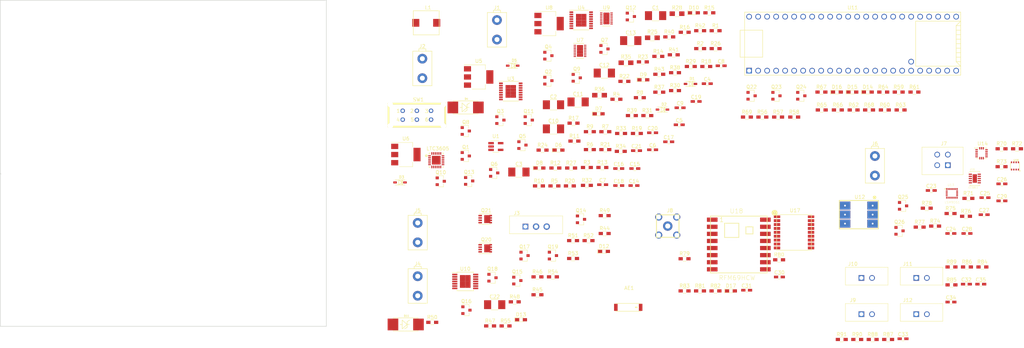
<source format=kicad_pcb>
(kicad_pcb (version 4) (host pcbnew 4.0.4-stable)
  (layers (0 F.Cu signal) (31 B.Cu signal) (34 B.Paste user) (35 F.Paste user) (36 B.SilkS user) (37 F.SilkS user) (38 B.Mask user) (39 F.Mask user) (44 Edge.Cuts user))
  (net 0 "")
  (net 1 "Net-(AE1-Pad2)")
  (net 2 "Net-(AE1-Pad1)")
  (net 3 BATTERY_PWR)
  (net 4 GND)
  (net 5 MAIN_BATT)
  (net 6 BACKUP_BATT)
  (net 7 "Net-(C5-Pad1)")
  (net 8 SVIN)
  (net 9 "Net-(C7-Pad1)")
  (net 10 "Net-(C7-Pad2)")
  (net 11 "Net-(C8-Pad1)")
  (net 12 "Net-(C9-Pad1)")
  (net 13 +6.5V_MSMT)
  (net 14 BATTERY_PWR_MSMT)
  (net 15 "Net-(C14-Pad1)")
  (net 16 LDO_FEED)
  (net 17 +5V_MSMT)
  (net 18 +3.3V_MSMT)
  (net 19 "Net-(C19-Pad1)")
  (net 20 STARTUP_BATT)
  (net 21 +3.3V_STARTUP)
  (net 22 "Net-(C22-Pad1)")
  (net 23 LSM_CAP)
  (net 24 "Net-(C24-Pad1)")
  (net 25 LSM_C1)
  (net 26 "Net-(C26-Pad1)")
  (net 27 "Net-(C27-Pad1)")
  (net 28 "Net-(C28-Pad1)")
  (net 29 "Net-(C29-Pad1)")
  (net 30 "Net-(C30-Pad1)")
  (net 31 "Net-(C31-Pad1)")
  (net 32 "Net-(C32-Pad1)")
  (net 33 "Net-(C33-Pad1)")
  (net 34 "Net-(C34-Pad1)")
  (net 35 "Net-(C35-Pad1)")
  (net 36 "Net-(D1-Pad2)")
  (net 37 "Net-(D2-Pad2)")
  (net 38 "Net-(D3-Pad2)")
  (net 39 "Net-(D4-Pad2)")
  (net 40 "Net-(D6-Pad1)")
  (net 41 +5V)
  (net 42 "Net-(D7-Pad2)")
  (net 43 "Net-(D8-Pad2)")
  (net 44 "Net-(D9-Pad2)")
  (net 45 "Net-(D10-Pad1)")
  (net 46 "Net-(D12-Pad2)")
  (net 47 "Net-(D13-Pad2)")
  (net 48 "Net-(D14-Pad1)")
  (net 49 "Net-(D14-Pad2)")
  (net 50 "Net-(D15-Pad1)")
  (net 51 "Net-(D15-Pad2)")
  (net 52 "Net-(D16-Pad1)")
  (net 53 "Net-(D16-Pad2)")
  (net 54 "Net-(D17-Pad2)")
  (net 55 "Net-(J1-Pad1)")
  (net 56 "Net-(J2-Pad1)")
  (net 57 SERVO_PWM)
  (net 58 EMATCH_1_CHECK)
  (net 59 "Net-(J4-Pad1)")
  (net 60 EMATCH_2_CHECK)
  (net 61 "Net-(J5-Pad1)")
  (net 62 "Net-(J6-Pad1)")
  (net 63 "Net-(J7-Pad1)")
  (net 64 SENSORS_TX)
  (net 65 SENSORS_RX)
  (net 66 "Net-(J8-Pad1)")
  (net 67 "Net-(Q3-Pad1)")
  (net 68 "Net-(Q3-Pad3)")
  (net 69 "Net-(Q4-Pad1)")
  (net 70 "Net-(Q4-Pad3)")
  (net 71 MAIN_BATT_EN)
  (net 72 "Net-(Q5-Pad3)")
  (net 73 BACKUP_BATT_EN)
  (net 74 "Net-(Q6-Pad3)")
  (net 75 CONTROL_1)
  (net 76 CONTROL_2)
  (net 77 "Net-(Q8-Pad1)")
  (net 78 +6.5V)
  (net 79 "Net-(Q10-Pad1)")
  (net 80 "Net-(Q11-Pad3)")
  (net 81 "Net-(Q12-Pad3)")
  (net 82 "Net-(Q13-Pad3)")
  (net 83 "Net-(Q14-Pad1)")
  (net 84 "Net-(Q14-Pad3)")
  (net 85 SERVO_PWR_EN)
  (net 86 "Net-(Q16-Pad1)")
  (net 87 "Net-(Q17-Pad1)")
  (net 88 EMATCH_1_ARM)
  (net 89 "Net-(Q18-Pad3)")
  (net 90 EMATCH_2_ARM)
  (net 91 "Net-(Q19-Pad3)")
  (net 92 EMATCH_1_FIRE)
  (net 93 EMATCH_2_FIRE)
  (net 94 LED_GREEN)
  (net 95 LED_BLUE)
  (net 96 LED_RED)
  (net 97 "Net-(Q25-Pad1)")
  (net 98 "Net-(Q26-Pad3)")
  (net 99 "Net-(R3-Pad2)")
  (net 100 "Net-(R7-Pad1)")
  (net 101 "Net-(R17-Pad2)")
  (net 102 "Net-(R18-Pad2)")
  (net 103 +3.3V)
  (net 104 BATTERY_DIVIDER)
  (net 105 +6.5V_DIVIDER)
  (net 106 +5V_DIVIDER)
  (net 107 +3.3V_DIVIDER)
  (net 108 SENSORS_SCL)
  (net 109 MAIN_BATT_ANLG)
  (net 110 MAIN_BATT_READ_EN)
  (net 111 SENSORS_SDA)
  (net 112 EMATCH_1_ANLG)
  (net 113 EMATCH_2_ANLG)
  (net 114 "Net-(R80-Pad2)")
  (net 115 COMMS_CS_LORA)
  (net 116 LORA_RESET)
  (net 117 SWITCH_1)
  (net 118 SWITCH_3)
  (net 119 SWITCH_2)
  (net 120 SWITCH_4)
  (net 121 "Net-(SW1-Pad3)")
  (net 122 "Net-(SW1-Pad4)")
  (net 123 "Net-(U2-Pad8)")
  (net 124 "Net-(U2-Pad23)")
  (net 125 "Net-(U3-Pad5)")
  (net 126 "Net-(U3-Pad6)")
  (net 127 "Net-(U3-Pad10)")
  (net 128 "Net-(U4-Pad5)")
  (net 129 "Net-(U4-Pad6)")
  (net 130 "Net-(U4-Pad10)")
  (net 131 DATA_READY)
  (net 132 DATA_READY_1)
  (net 133 "Net-(U9-Pad6)")
  (net 134 "Net-(U10-Pad5)")
  (net 135 "Net-(U10-Pad6)")
  (net 136 "Net-(U10-Pad10)")
  (net 137 "Net-(U11-Pad15)")
  (net 138 SENSORS_MISO)
  (net 139 INT_PRESSURE)
  (net 140 COMMS_SCLK)
  (net 141 "Net-(U11-Pad25)")
  (net 142 SENSORS_MOSI)
  (net 143 COMMS_TX)
  (net 144 COMMS_RX)
  (net 145 LORA_INT)
  (net 146 COMMS_MISO)
  (net 147 COMMS_MOSI)
  (net 148 SENSORS_CS_LIS)
  (net 149 SENSORS_SCLK)
  (net 150 SENSORS_CS_AG)
  (net 151 SENSORS_CS_M)
  (net 152 "Net-(U11-Pad51)")
  (net 153 "Net-(U12-Pad4)")
  (net 154 "Net-(U13-Pad13)")
  (net 155 "Net-(U13-Pad12)")
  (net 156 "Net-(U13-Pad11)")
  (net 157 "Net-(U13-Pad10)")
  (net 158 "Net-(U13-Pad9)")
  (net 159 "Net-(U14-Pad2)")
  (net 160 "Net-(U14-Pad3)")
  (net 161 "Net-(U14-Pad11)")
  (net 162 "Net-(U14-Pad9)")
  (net 163 "Net-(U16-Pad2)")
  (net 164 "Net-(U16-Pad3)")
  (net 165 "Net-(U16-Pad4)")
  (net 166 "Net-(U16-Pad5)")
  (net 167 "Net-(U16-Pad7)")
  (net 168 "Net-(U16-Pad8)")
  (net 169 "Net-(U17-Pad5)")
  (net 170 "Net-(U17-Pad13)")
  (net 171 "Net-(U17-Pad14)")
  (net 172 "Net-(U17-Pad15)")
  (net 173 "Net-(U17-Pad16)")
  (net 174 "Net-(U17-Pad17)")
  (net 175 "Net-(U17-Pad18)")
  (net 176 "Net-(U18-Pad7)")
  (net 177 "Net-(U18-Pad11)")
  (net 178 "Net-(U18-Pad12)")
  (net 179 "Net-(U18-Pad15)")
  (net 180 "Net-(U18-Pad16)")
  (net 181 "Net-(U7-Pad13)")
  (net 182 "Net-(U9-Pad13)")
  (net 183 "Net-(U11-Pad37)")
  (net 184 "Net-(U11-Pad38)")
  (module Dans_Parts:ANT_CHIP_OMNI_1575MHz_GPS (layer F.Cu) (at 227.19 136.65)
    (fp_text reference AE1 (at 0.25 -5.45) (layer F.SilkS))
    (fp_text value 1575AT43A0040E)
    (pad 2 smd rect (at -3.5 0) (size 1 2) (layers F.Cu F.Paste F.Mask) (net 1 "Net-(AE1-Pad2)"))
    (pad 1 smd rect (at 3.5 0) (size 1 2) (layers F.Cu F.Paste F.Mask) (net 2 "Net-(AE1-Pad1)"))
  )
  (module Capacitors_SMD:C_1210_HandSoldering (layer F.Cu) (at 234.905001 54.335)
    (fp_text reference C1 (at 0 -2.25) (layer F.SilkS))
    (fp_text value 47uF)
    (pad 1 smd rect (at -2 0) (size 2 2.5) (layers F.Cu F.Paste F.Mask) (net 3 BATTERY_PWR))
    (pad 2 smd rect (at 2 0) (size 2 2.5) (layers F.Cu F.Paste F.Mask) (net 4 GND))
  )
  (module Capacitors_SMD:C_1210_HandSoldering (layer F.Cu) (at 206.095001 79.485)
    (fp_text reference C2 (at 0 -2.25) (layer F.SilkS))
    (fp_text value 47uF)
    (pad 1 smd rect (at -2 0) (size 2 2.5) (layers F.Cu F.Paste F.Mask) (net 5 MAIN_BATT))
    (pad 2 smd rect (at 2 0) (size 2 2.5) (layers F.Cu F.Paste F.Mask) (net 4 GND))
  )
  (module Capacitors_SMD:C_1210_HandSoldering (layer F.Cu) (at 196.335001 98.465)
    (fp_text reference C3 (at 0 -2.25) (layer F.SilkS))
    (fp_text value 47uF)
    (pad 1 smd rect (at -2 0) (size 2 2.5) (layers F.Cu F.Paste F.Mask) (net 6 BACKUP_BATT))
    (pad 2 smd rect (at 2 0) (size 2 2.5) (layers F.Cu F.Paste F.Mask) (net 4 GND))
  )
  (module Capacitors_SMD:C_0603_HandSoldering (layer F.Cu) (at 249.491428 73.535)
    (fp_text reference C4 (at 0 -1.25) (layer F.SilkS))
    (fp_text value 0.1uF)
    (pad 1 smd rect (at -0.95 0) (size 1.2 0.75) (layers F.Cu F.Paste F.Mask) (net 3 BATTERY_PWR))
    (pad 2 smd rect (at 0.95 0) (size 1.2 0.75) (layers F.Cu F.Paste F.Mask) (net 4 GND))
  )
  (module Capacitors_SMD:C_0603_HandSoldering (layer F.Cu) (at 241.581428 85.135)
    (fp_text reference C5 (at 0 -1.25) (layer F.SilkS))
    (fp_text value .01uF)
    (pad 1 smd rect (at -0.95 0) (size 1.2 0.75) (layers F.Cu F.Paste F.Mask) (net 7 "Net-(C5-Pad1)"))
    (pad 2 smd rect (at 0.95 0) (size 1.2 0.75) (layers F.Cu F.Paste F.Mask) (net 4 GND))
  )
  (module Capacitors_SMD:C_0603_HandSoldering (layer F.Cu) (at 234.071428 92.185)
    (fp_text reference C6 (at 0 -1.25) (layer F.SilkS))
    (fp_text value 0.1uF)
    (pad 1 smd rect (at -0.95 0) (size 1.2 0.75) (layers F.Cu F.Paste F.Mask) (net 4 GND))
    (pad 2 smd rect (at 0.95 0) (size 1.2 0.75) (layers F.Cu F.Paste F.Mask) (net 8 SVIN))
  )
  (module Capacitors_SMD:C_0603_HandSoldering (layer F.Cu) (at 219.971428 102.035)
    (fp_text reference C7 (at 0 -1.25) (layer F.SilkS))
    (fp_text value 0.1uF)
    (pad 1 smd rect (at -0.95 0) (size 1.2 0.75) (layers F.Cu F.Paste F.Mask) (net 9 "Net-(C7-Pad1)"))
    (pad 2 smd rect (at 0.95 0) (size 1.2 0.75) (layers F.Cu F.Paste F.Mask) (net 10 "Net-(C7-Pad2)"))
  )
  (module Capacitors_SMD:C_0603_HandSoldering (layer F.Cu) (at 253.413333 68.485)
    (fp_text reference C8 (at 0 -1.25) (layer F.SilkS))
    (fp_text value 10pF)
    (pad 1 smd rect (at -0.95 0) (size 1.2 0.75) (layers F.Cu F.Paste F.Mask) (net 11 "Net-(C8-Pad1)"))
    (pad 2 smd rect (at 0.95 0) (size 1.2 0.75) (layers F.Cu F.Paste F.Mask) (net 4 GND))
  )
  (module Capacitors_SMD:C_0603_HandSoldering (layer F.Cu) (at 241.819524 80.335)
    (fp_text reference C9 (at 0 -1.25) (layer F.SilkS))
    (fp_text value 220pF)
    (pad 1 smd rect (at -0.95 0) (size 1.2 0.75) (layers F.Cu F.Paste F.Mask) (net 12 "Net-(C9-Pad1)"))
    (pad 2 smd rect (at 0.95 0) (size 1.2 0.75) (layers F.Cu F.Paste F.Mask) (net 4 GND))
  )
  (module Capacitors_SMD:C_1210_HandSoldering (layer F.Cu) (at 206.095001 86.285)
    (fp_text reference C10 (at 0 -2.25) (layer F.SilkS))
    (fp_text value 47uF)
    (pad 1 smd rect (at -2 0) (size 2 2.5) (layers F.Cu F.Paste F.Mask) (net 13 +6.5V_MSMT))
    (pad 2 smd rect (at 2 0) (size 2 2.5) (layers F.Cu F.Paste F.Mask) (net 4 GND))
  )
  (module Capacitors_SMD:C_1210_HandSoldering (layer F.Cu) (at 213.045001 78.685)
    (fp_text reference C11 (at 0 -2.25) (layer F.SilkS))
    (fp_text value 47uF)
    (pad 1 smd rect (at -2 0) (size 2 2.5) (layers F.Cu F.Paste F.Mask) (net 13 +6.5V_MSMT))
    (pad 2 smd rect (at 2 0) (size 2 2.5) (layers F.Cu F.Paste F.Mask) (net 4 GND))
  )
  (module Capacitors_SMD:C_1210_HandSoldering (layer F.Cu) (at 220.445001 70.535)
    (fp_text reference C12 (at 0 -2.25) (layer F.SilkS))
    (fp_text value 47uF)
    (pad 1 smd rect (at -2 0) (size 2 2.5) (layers F.Cu F.Paste F.Mask) (net 14 BATTERY_PWR_MSMT))
    (pad 2 smd rect (at 2 0) (size 2 2.5) (layers F.Cu F.Paste F.Mask) (net 4 GND))
  )
  (module Capacitors_SMD:C_1210_HandSoldering (layer F.Cu) (at 227.895001 61.385)
    (fp_text reference C13 (at 0 -2.25) (layer F.SilkS))
    (fp_text value 47uF)
    (pad 1 smd rect (at -2 0) (size 2 2.5) (layers F.Cu F.Paste F.Mask) (net 13 +6.5V_MSMT))
    (pad 2 smd rect (at 2 0) (size 2 2.5) (layers F.Cu F.Paste F.Mask) (net 4 GND))
  )
  (module Capacitors_SMD:C_0603_HandSoldering (layer F.Cu) (at 228.805001 102.285)
    (fp_text reference C14 (at 0 -1.25) (layer F.SilkS))
    (fp_text value 1uF)
    (pad 1 smd rect (at -0.95 0) (size 1.2 0.75) (layers F.Cu F.Paste F.Mask) (net 15 "Net-(C14-Pad1)"))
    (pad 2 smd rect (at 0.95 0) (size 1.2 0.75) (layers F.Cu F.Paste F.Mask) (net 4 GND))
  )
  (module Capacitors_SMD:C_0603_HandSoldering (layer F.Cu) (at 229.051428 97.485)
    (fp_text reference C15 (at 0 -1.25) (layer F.SilkS))
    (fp_text value 4.7uF)
    (pad 1 smd rect (at -0.95 0) (size 1.2 0.75) (layers F.Cu F.Paste F.Mask) (net 16 LDO_FEED))
    (pad 2 smd rect (at 0.95 0) (size 1.2 0.75) (layers F.Cu F.Paste F.Mask) (net 4 GND))
  )
  (module Capacitors_SMD:C_0603_HandSoldering (layer F.Cu) (at 224.511428 97.485)
    (fp_text reference C16 (at 0 -1.25) (layer F.SilkS))
    (fp_text value 4.7uF)
    (pad 1 smd rect (at -0.95 0) (size 1.2 0.75) (layers F.Cu F.Paste F.Mask) (net 16 LDO_FEED))
    (pad 2 smd rect (at 0.95 0) (size 1.2 0.75) (layers F.Cu F.Paste F.Mask) (net 4 GND))
  )
  (module Capacitors_SMD:C_0603_HandSoldering (layer F.Cu) (at 238.611428 89.935)
    (fp_text reference C17 (at 0 -1.25) (layer F.SilkS))
    (fp_text value 4.7uF)
    (pad 1 smd rect (at -0.95 0) (size 1.2 0.75) (layers F.Cu F.Paste F.Mask) (net 17 +5V_MSMT))
    (pad 2 smd rect (at 0.95 0) (size 1.2 0.75) (layers F.Cu F.Paste F.Mask) (net 4 GND))
  )
  (module Capacitors_SMD:C_0603_HandSoldering (layer F.Cu) (at 224.511428 102.285)
    (fp_text reference C18 (at 0 -1.25) (layer F.SilkS))
    (fp_text value 4.7uF)
    (pad 1 smd rect (at -0.95 0) (size 1.2 0.75) (layers F.Cu F.Paste F.Mask) (net 18 +3.3V_MSMT))
    (pad 2 smd rect (at 0.95 0) (size 1.2 0.75) (layers F.Cu F.Paste F.Mask) (net 4 GND))
  )
  (module Capacitors_SMD:C_0603_HandSoldering (layer F.Cu) (at 246.345001 78.555)
    (fp_text reference C19 (at 0 -1.25) (layer F.SilkS))
    (fp_text value 1uF)
    (pad 1 smd rect (at -0.95 0) (size 1.2 0.75) (layers F.Cu F.Paste F.Mask) (net 19 "Net-(C19-Pad1)"))
    (pad 2 smd rect (at 0.95 0) (size 1.2 0.75) (layers F.Cu F.Paste F.Mask) (net 4 GND))
  )
  (module Capacitors_SMD:C_0603_HandSoldering (layer F.Cu) (at 234.071428 87.385)
    (fp_text reference C20 (at 0 -1.25) (layer F.SilkS))
    (fp_text value 4.7uF)
    (pad 1 smd rect (at -0.95 0) (size 1.2 0.75) (layers F.Cu F.Paste F.Mask) (net 20 STARTUP_BATT))
    (pad 2 smd rect (at 0.95 0) (size 1.2 0.75) (layers F.Cu F.Paste F.Mask) (net 4 GND))
  )
  (module Capacitors_SMD:C_0603_HandSoldering (layer F.Cu) (at 229.531428 92.435)
    (fp_text reference C21 (at 0 -1.25) (layer F.SilkS))
    (fp_text value 4.7uF)
    (pad 1 smd rect (at -0.95 0) (size 1.2 0.75) (layers F.Cu F.Paste F.Mask) (net 21 +3.3V_STARTUP))
    (pad 2 smd rect (at 0.95 0) (size 1.2 0.75) (layers F.Cu F.Paste F.Mask) (net 4 GND))
  )
  (module Capacitors_SMD:C_1210_HandSoldering (layer F.Cu) (at 189.505001 135.895)
    (fp_text reference C22 (at 0 -2.25) (layer F.SilkS))
    (fp_text value 47uF)
    (pad 1 smd rect (at -2 0) (size 2 2.5) (layers F.Cu F.Paste F.Mask) (net 22 "Net-(C22-Pad1)"))
    (pad 2 smd rect (at 2 0) (size 2 2.5) (layers F.Cu F.Paste F.Mask) (net 4 GND))
  )
  (module Capacitors_SMD:C_0603_HandSoldering (layer F.Cu) (at 312.701905 103.675)
    (fp_text reference C23 (at 0 -1.25) (layer F.SilkS))
    (fp_text value 10000pF)
    (pad 1 smd rect (at -0.95 0) (size 1.2 0.75) (layers F.Cu F.Paste F.Mask) (net 23 LSM_CAP))
    (pad 2 smd rect (at 0.95 0) (size 1.2 0.75) (layers F.Cu F.Paste F.Mask) (net 4 GND))
  )
  (module Capacitors_SMD:C_0603_HandSoldering (layer F.Cu) (at 318.231428 115.805)
    (fp_text reference C24 (at 0 -1.25) (layer F.SilkS))
    (fp_text value 0.1uF)
    (pad 1 smd rect (at -0.95 0) (size 1.2 0.75) (layers F.Cu F.Paste F.Mask) (net 24 "Net-(C24-Pad1)"))
    (pad 2 smd rect (at 0.95 0) (size 1.2 0.75) (layers F.Cu F.Paste F.Mask) (net 4 GND))
  )
  (module Capacitors_SMD:C_0603_HandSoldering (layer F.Cu) (at 327.859524 105.705)
    (fp_text reference C25 (at 0 -1.25) (layer F.SilkS))
    (fp_text value 100nF)
    (pad 1 smd rect (at -0.95 0) (size 1.2 0.75) (layers F.Cu F.Paste F.Mask) (net 25 LSM_C1))
    (pad 2 smd rect (at 0.95 0) (size 1.2 0.75) (layers F.Cu F.Paste F.Mask) (net 4 GND))
  )
  (module Capacitors_SMD:C_0603_HandSoldering (layer F.Cu) (at 332.631428 101.805)
    (fp_text reference C26 (at 0 -1.25) (layer F.SilkS))
    (fp_text value 0.1uF)
    (pad 1 smd rect (at -0.95 0) (size 1.2 0.75) (layers F.Cu F.Paste F.Mask) (net 26 "Net-(C26-Pad1)"))
    (pad 2 smd rect (at 0.95 0) (size 1.2 0.75) (layers F.Cu F.Paste F.Mask) (net 4 GND))
  )
  (module Capacitors_SMD:C_0603_HandSoldering (layer F.Cu) (at 327.621428 110.505)
    (fp_text reference C27 (at 0 -1.25) (layer F.SilkS))
    (fp_text value 0.1uF)
    (pad 1 smd rect (at -0.95 0) (size 1.2 0.75) (layers F.Cu F.Paste F.Mask) (net 27 "Net-(C27-Pad1)"))
    (pad 2 smd rect (at 0.95 0) (size 1.2 0.75) (layers F.Cu F.Paste F.Mask) (net 4 GND))
  )
  (module Capacitors_SMD:C_0603_HandSoldering (layer F.Cu) (at 322.771428 115.805)
    (fp_text reference C28 (at 0 -1.25) (layer F.SilkS))
    (fp_text value 0.1uF)
    (pad 1 smd rect (at -0.95 0) (size 1.2 0.75) (layers F.Cu F.Paste F.Mask) (net 28 "Net-(C28-Pad1)"))
    (pad 2 smd rect (at 0.95 0) (size 1.2 0.75) (layers F.Cu F.Paste F.Mask) (net 4 GND))
  )
  (module Capacitors_SMD:C_0603_HandSoldering (layer F.Cu) (at 332.631428 106.605)
    (fp_text reference C29 (at 0 -1.25) (layer F.SilkS))
    (fp_text value 0.1uF)
    (pad 1 smd rect (at -0.95 0) (size 1.2 0.75) (layers F.Cu F.Paste F.Mask) (net 29 "Net-(C29-Pad1)"))
    (pad 2 smd rect (at 0.95 0) (size 1.2 0.75) (layers F.Cu F.Paste F.Mask) (net 4 GND))
  )
  (module Capacitors_SMD:C_0603_HandSoldering (layer F.Cu) (at 269.851428 128.085)
    (fp_text reference C30 (at 0 -1.25) (layer F.SilkS))
    (fp_text value 0.1uF)
    (pad 1 smd rect (at -0.95 0) (size 1.2 0.75) (layers F.Cu F.Paste F.Mask) (net 30 "Net-(C30-Pad1)"))
    (pad 2 smd rect (at 0.95 0) (size 1.2 0.75) (layers F.Cu F.Paste F.Mask) (net 4 GND))
  )
  (module Capacitors_SMD:C_0603_HandSoldering (layer F.Cu) (at 260.611428 131.815)
    (fp_text reference C31 (at 0 -1.25) (layer F.SilkS))
    (fp_text value 0.1uF)
    (pad 1 smd rect (at -0.95 0) (size 1.2 0.75) (layers F.Cu F.Paste F.Mask) (net 31 "Net-(C31-Pad1)"))
    (pad 2 smd rect (at 0.95 0) (size 1.2 0.75) (layers F.Cu F.Paste F.Mask) (net 4 GND))
  )
  (module Capacitors_SMD:C_0603_HandSoldering (layer F.Cu) (at 322.613333 130.105)
    (fp_text reference C32 (at 0 -1.25) (layer F.SilkS))
    (fp_text value 10nF)
    (pad 1 smd rect (at -0.95 0) (size 1.2 0.75) (layers F.Cu F.Paste F.Mask) (net 32 "Net-(C32-Pad1)"))
    (pad 2 smd rect (at 0.95 0) (size 1.2 0.75) (layers F.Cu F.Paste F.Mask) (net 4 GND))
  )
  (module Capacitors_SMD:C_0603_HandSoldering (layer F.Cu) (at 304.733333 145.515)
    (fp_text reference C33 (at 0 -1.25) (layer F.SilkS))
    (fp_text value 10nF)
    (pad 1 smd rect (at -0.95 0) (size 1.2 0.75) (layers F.Cu F.Paste F.Mask) (net 33 "Net-(C33-Pad1)"))
    (pad 2 smd rect (at 0.95 0) (size 1.2 0.75) (layers F.Cu F.Paste F.Mask) (net 4 GND))
  )
  (module Capacitors_SMD:C_0603_HandSoldering (layer F.Cu) (at 318.253333 135.155)
    (fp_text reference C34 (at 0 -1.25) (layer F.SilkS))
    (fp_text value 10nF)
    (pad 1 smd rect (at -0.95 0) (size 1.2 0.75) (layers F.Cu F.Paste F.Mask) (net 34 "Net-(C34-Pad1)"))
    (pad 2 smd rect (at 0.95 0) (size 1.2 0.75) (layers F.Cu F.Paste F.Mask) (net 4 GND))
  )
  (module Capacitors_SMD:C_0603_HandSoldering (layer F.Cu) (at 326.673333 130.105)
    (fp_text reference C35 (at 0 -1.25) (layer F.SilkS))
    (fp_text value 10nF)
    (pad 1 smd rect (at -0.95 0) (size 1.2 0.75) (layers F.Cu F.Paste F.Mask) (net 35 "Net-(C35-Pad1)"))
    (pad 2 smd rect (at 0.95 0) (size 1.2 0.75) (layers F.Cu F.Paste F.Mask) (net 4 GND))
  )
  (module Dans_Parts:SOD-323_Diode (layer F.Cu) (at 244.76 73.6)
    (fp_text reference D1 (at 0.44 -1.49) (layer F.SilkS) (effects (font (size 0.75 0.75))))
    (fp_text value 5.6V)
    (pad 1 smd rect (at 1.4 0) (size 1 0.6) (layers F.Cu F.Paste F.Mask) (net 5 MAIN_BATT))
    (pad 2 smd rect (at -1.4 0) (size 1 0.6) (layers F.Cu F.Paste F.Mask) (net 36 "Net-(D1-Pad2)"))
  )
  (module Dans_Parts:SOD-323_Diode (layer F.Cu) (at 236.85 80.85)
    (fp_text reference D2 (at 0.44 -1.49) (layer F.SilkS) (effects (font (size 0.75 0.75))))
    (fp_text value 5.6V)
    (pad 1 smd rect (at 1.4 0) (size 1 0.6) (layers F.Cu F.Paste F.Mask) (net 6 BACKUP_BATT))
    (pad 2 smd rect (at -1.4 0) (size 1 0.6) (layers F.Cu F.Paste F.Mask) (net 37 "Net-(D2-Pad2)"))
  )
  (module Dans_Parts:SOD-323_Diode (layer F.Cu) (at 162.792857 101.4)
    (fp_text reference D3 (at 0.44 -1.49) (layer F.SilkS) (effects (font (size 0.75 0.75))))
    (fp_text value CMDSH2-3)
    (pad 1 smd rect (at 1.4 0) (size 1 0.6) (layers F.Cu F.Paste F.Mask) (net 9 "Net-(C7-Pad1)"))
    (pad 2 smd rect (at -1.4 0) (size 1 0.6) (layers F.Cu F.Paste F.Mask) (net 38 "Net-(D3-Pad2)"))
  )
  (module Dans_Parts:DO-214AB_Zener (layer F.Cu) (at 177.7 80.2425)
    (fp_text reference D4 (at 3.82 -2.41) (layer F.SilkS) (effects (font (size 0.5 0.5) (thickness 0.125))))
    (fp_text value SL42-E3/57T)
    (pad 2 smd rect (at 0 0) (size 3 3.3) (layers F.Cu F.Paste F.Mask) (net 39 "Net-(D4-Pad2)"))
    (pad 1 smd rect (at 7.2 0) (size 3 3.3) (layers F.Cu F.Paste F.Mask) (net 16 LDO_FEED))
  )
  (module Dans_Parts:SOD-323_Diode (layer F.Cu) (at 194.584286 68.46)
    (fp_text reference D5 (at 0.44 -1.49) (layer F.SilkS) (effects (font (size 0.75 0.75))))
    (fp_text value +3.3V_Zener)
    (pad 1 smd rect (at 1.4 0) (size 1 0.6) (layers F.Cu F.Paste F.Mask) (net 21 +3.3V_STARTUP))
    (pad 2 smd rect (at -1.4 0) (size 1 0.6) (layers F.Cu F.Paste F.Mask) (net 4 GND))
  )
  (module LEDs:LED_0603_HandSoldering (layer F.Cu) (at 207.509048 92.285)
    (fp_text reference D6 (at 0 -1.45) (layer F.SilkS))
    (fp_text value Green)
    (pad 1 smd rect (at -1.1 0) (size 1.2 0.9) (layers F.Cu F.Paste F.Mask) (net 40 "Net-(D6-Pad1)"))
    (pad 2 smd rect (at 1.1 0) (size 1.2 0.9) (layers F.Cu F.Paste F.Mask) (net 41 +5V))
  )
  (module LEDs:LED_0603_HandSoldering (layer F.Cu) (at 218.839048 82.035)
    (fp_text reference D7 (at 0 -1.45) (layer F.SilkS))
    (fp_text value Green)
    (pad 1 smd rect (at -1.1 0) (size 1.2 0.9) (layers F.Cu F.Paste F.Mask) (net 4 GND))
    (pad 2 smd rect (at 1.1 0) (size 1.2 0.9) (layers F.Cu F.Paste F.Mask) (net 42 "Net-(D7-Pad2)"))
  )
  (module LEDs:LED_0603_HandSoldering (layer F.Cu) (at 202.129048 97.335)
    (fp_text reference D8 (at 0 -1.45) (layer F.SilkS))
    (fp_text value Green)
    (pad 1 smd rect (at -1.1 0) (size 1.2 0.9) (layers F.Cu F.Paste F.Mask) (net 4 GND))
    (pad 2 smd rect (at 1.1 0) (size 1.2 0.9) (layers F.Cu F.Paste F.Mask) (net 43 "Net-(D8-Pad2)"))
  )
  (module LEDs:LED_0603_HandSoldering (layer F.Cu) (at 231.449048 72.435)
    (fp_text reference D9 (at 0 -1.45) (layer F.SilkS))
    (fp_text value Green)
    (pad 1 smd rect (at -1.1 0) (size 1.2 0.9) (layers F.Cu F.Paste F.Mask) (net 4 GND))
    (pad 2 smd rect (at 1.1 0) (size 1.2 0.9) (layers F.Cu F.Paste F.Mask) (net 44 "Net-(D9-Pad2)"))
  )
  (module LEDs:LED_0603_HandSoldering (layer F.Cu) (at 245.715001 53.535)
    (fp_text reference D10 (at 0 -1.45) (layer F.SilkS))
    (fp_text value Red)
    (pad 1 smd rect (at -1.1 0) (size 1.2 0.9) (layers F.Cu F.Paste F.Mask) (net 45 "Net-(D10-Pad1)"))
    (pad 2 smd rect (at 1.1 0) (size 1.2 0.9) (layers F.Cu F.Paste F.Mask) (net 41 +5V))
  )
  (module Dans_Parts:DO-214AB_Zener (layer F.Cu) (at 160.8 141.4825)
    (fp_text reference D11 (at 3.82 -2.41) (layer F.SilkS) (effects (font (size 0.5 0.5) (thickness 0.125))))
    (fp_text value SL42-E3/57T)
    (pad 2 smd rect (at 0 0) (size 3 3.3) (layers F.Cu F.Paste F.Mask) (net 4 GND))
    (pad 1 smd rect (at 7.2 0) (size 3 3.3) (layers F.Cu F.Paste F.Mask) (net 22 "Net-(C22-Pad1)"))
  )
  (module LEDs:LED_0603_HandSoldering (layer F.Cu) (at 220.345001 120.865)
    (fp_text reference D12 (at 0 -1.45) (layer F.SilkS))
    (fp_text value RED)
    (pad 1 smd rect (at -1.1 0) (size 1.2 0.9) (layers F.Cu F.Paste F.Mask) (net 4 GND))
    (pad 2 smd rect (at 1.1 0) (size 1.2 0.9) (layers F.Cu F.Paste F.Mask) (net 46 "Net-(D12-Pad2)"))
  )
  (module LEDs:LED_0603_HandSoldering (layer F.Cu) (at 196.935001 140.145)
    (fp_text reference D13 (at 0 -1.45) (layer F.SilkS))
    (fp_text value RED)
    (pad 1 smd rect (at -1.1 0) (size 1.2 0.9) (layers F.Cu F.Paste F.Mask) (net 4 GND))
    (pad 2 smd rect (at 1.1 0) (size 1.2 0.9) (layers F.Cu F.Paste F.Mask) (net 47 "Net-(D13-Pad2)"))
  )
  (module LEDs:LED_0603_HandSoldering (layer F.Cu) (at 294.785001 75.905)
    (fp_text reference D14 (at 0 -1.45) (layer F.SilkS))
    (fp_text value LED)
    (pad 1 smd rect (at -1.1 0) (size 1.2 0.9) (layers F.Cu F.Paste F.Mask) (net 48 "Net-(D14-Pad1)"))
    (pad 2 smd rect (at 1.1 0) (size 1.2 0.9) (layers F.Cu F.Paste F.Mask) (net 49 "Net-(D14-Pad2)"))
  )
  (module LEDs:LED_0603_HandSoldering (layer F.Cu) (at 290.425001 75.905)
    (fp_text reference D15 (at 0 -1.45) (layer F.SilkS))
    (fp_text value LED)
    (pad 1 smd rect (at -1.1 0) (size 1.2 0.9) (layers F.Cu F.Paste F.Mask) (net 50 "Net-(D15-Pad1)"))
    (pad 2 smd rect (at 1.1 0) (size 1.2 0.9) (layers F.Cu F.Paste F.Mask) (net 51 "Net-(D15-Pad2)"))
  )
  (module LEDs:LED_0603_HandSoldering (layer F.Cu) (at 286.065001 75.905)
    (fp_text reference D16 (at 0 -1.45) (layer F.SilkS))
    (fp_text value LED)
    (pad 1 smd rect (at -1.1 0) (size 1.2 0.9) (layers F.Cu F.Paste F.Mask) (net 52 "Net-(D16-Pad1)"))
    (pad 2 smd rect (at 1.1 0) (size 1.2 0.9) (layers F.Cu F.Paste F.Mask) (net 53 "Net-(D16-Pad2)"))
  )
  (module LEDs:LED_0603_HandSoldering (layer F.Cu) (at 256.165001 132.015)
    (fp_text reference D17 (at 0 -1.45) (layer F.SilkS))
    (fp_text value BLUE)
    (pad 1 smd rect (at -1.1 0) (size 1.2 0.9) (layers F.Cu F.Paste F.Mask) (net 4 GND))
    (pad 2 smd rect (at 1.1 0) (size 1.2 0.9) (layers F.Cu F.Paste F.Mask) (net 54 "Net-(D17-Pad2)"))
  )
  (module Dans_Parts:CONN_2POS_VERT_TE_CONN (layer F.Cu) (at 190.150952 58.335)
    (fp_text reference J1 (at 0 -6.25) (layer F.SilkS))
    (fp_text value "MAIN_BATT: 1586038-2")
    (pad 2 thru_hole circle (at 0 2.75) (size 2.75 2.75) (drill 1.4) (layers *.Cu *.Mask) (net 4 GND))
    (pad 1 thru_hole circle (at 0 -2.75) (size 2.75 2.75) (drill 1.4) (layers *.Cu *.Mask) (net 55 "Net-(J1-Pad1)"))
  )
  (module Dans_Parts:CONN_2POS_VERT_TE_CONN (layer F.Cu) (at 169.091429 69.235)
    (fp_text reference J2 (at 0 -6.25) (layer F.SilkS))
    (fp_text value "BACKUP_BATT: 1586038-2")
    (pad 2 thru_hole circle (at 0 2.75) (size 2.75 2.75) (drill 1.4) (layers *.Cu *.Mask) (net 4 GND))
    (pad 1 thru_hole circle (at 0 -2.75) (size 2.75 2.75) (drill 1.4) (layers *.Cu *.Mask) (net 56 "Net-(J2-Pad1)"))
  )
  (module Dans_Parts:Molex_Microfit3_Header_01x03_Straight (layer F.Cu) (at 204.180001 113.865001)
    (fp_text reference J3 (at -8.46 -3.79 180) (layer F.SilkS))
    (fp_text value Servo_Control)
    (pad "" np_thru_hole circle (at -9 -1.96) (size 1.3 1.3) (drill 1.3) (layers *.Cu *.Mask))
    (pad 1 thru_hole rect (at -6 0) (size 1.6 1.6) (drill 1.1) (layers *.Cu *.Mask) (net 57 SERVO_PWM))
    (pad 2 thru_hole circle (at -3 0) (size 1.8 1.8) (drill 1.1) (layers *.Cu *.Mask) (net 22 "Net-(C22-Pad1)"))
    (pad "" np_thru_hole circle (at 3 -1.96) (size 1.3 1.3) (drill 1.3) (layers *.Cu *.Mask))
    (pad 3 thru_hole circle (at 0 0) (size 1.8 1.8) (drill 1.1) (layers *.Cu *.Mask) (net 4 GND))
  )
  (module Dans_Parts:CONN_2POS_VERT_TE_CONN (layer F.Cu) (at 167.781905 130.625)
    (fp_text reference J4 (at 0 -6.25) (layer F.SilkS))
    (fp_text value "EMATCH_1: 1586038-2")
    (pad 2 thru_hole circle (at 0 2.75) (size 2.75 2.75) (drill 1.4) (layers *.Cu *.Mask) (net 58 EMATCH_1_CHECK))
    (pad 1 thru_hole circle (at 0 -2.75) (size 2.75 2.75) (drill 1.4) (layers *.Cu *.Mask) (net 59 "Net-(J4-Pad1)"))
  )
  (module Dans_Parts:CONN_2POS_VERT_TE_CONN (layer F.Cu) (at 167.781905 115.565)
    (fp_text reference J5 (at 0 -6.25) (layer F.SilkS))
    (fp_text value "EMATCH_2: 1586038-2")
    (pad 2 thru_hole circle (at 0 2.75) (size 2.75 2.75) (drill 1.4) (layers *.Cu *.Mask) (net 60 EMATCH_2_CHECK))
    (pad 1 thru_hole circle (at 0 -2.75) (size 2.75 2.75) (drill 1.4) (layers *.Cu *.Mask) (net 61 "Net-(J5-Pad1)"))
  )
  (module Dans_Parts:CONN_2POS_VERT_TE_CONN (layer F.Cu) (at 296.799049 96.705)
    (fp_text reference J6 (at 0 -6.25) (layer F.SilkS))
    (fp_text value "Stratologger_PWR: 1586038-2")
    (pad 2 thru_hole circle (at 0 2.75) (size 2.75 2.75) (drill 1.4) (layers *.Cu *.Mask) (net 4 GND))
    (pad 1 thru_hole circle (at 0 -2.75) (size 2.75 2.75) (drill 1.4) (layers *.Cu *.Mask) (net 62 "Net-(J6-Pad1)"))
  )
  (module Dans_Parts:4-Pin_Molex_Vertical (layer F.Cu) (at 317.378097 96.545)
    (fp_text reference J7 (at -1.12 -6.09) (layer F.SilkS))
    (fp_text value Stratologger_DATA)
    (pad "" np_thru_hole circle (at -6 -4) (size 1.1 1.1) (drill 1.1) (layers *.Cu *.Mask))
    (pad 1 thru_hole rect (at 0 0) (size 1.6 1.6) (drill 1.1) (layers *.Cu *.Mask) (net 63 "Net-(J7-Pad1)"))
    (pad 2 thru_hole circle (at -3 0) (size 1.6 1.6) (drill 1.1) (layers *.Cu *.Mask) (net 64 SENSORS_TX))
    (pad 3 thru_hole circle (at 0 -3) (size 1.6 1.6) (drill 1.1) (layers *.Cu *.Mask) (net 65 SENSORS_RX))
    (pad 4 thru_hole circle (at -3 -3) (size 1.6 1.6) (drill 1.1) (layers *.Cu *.Mask) (net 4 GND))
    (pad "" np_thru_hole circle (at 3 -3.94) (size 1.1 1.1) (drill 1.1) (layers *.Cu *.Mask))
  )
  (module Dans_Parts:CONN_RP-SMA_Right_Angle_0733910320 (layer F.Cu) (at 238.335239 113.715)
    (fp_text reference J8 (at 0.63 -4.4) (layer F.SilkS))
    (fp_text value "0733910320 [915MHz SMA]")
    (pad 1 thru_hole circle (at 0 0) (size 2.65 2.65) (drill 1.45) (layers *.Cu *.Mask) (net 66 "Net-(J8-Pad1)"))
    (pad 2 thru_hole circle (at 2.54 -2.54) (size 2 2) (drill 1.27) (layers *.Cu *.Mask) (net 4 GND))
    (pad 2 thru_hole circle (at -2.54 -2.54) (size 2 2) (drill 1.27) (layers *.Cu *.Mask) (net 4 GND))
    (pad 2 thru_hole circle (at -2.54 2.54) (size 2 2) (drill 1.27) (layers *.Cu *.Mask) (net 4 GND))
    (pad 2 thru_hole circle (at 2.54 2.54) (size 2 2) (drill 1.27) (layers *.Cu *.Mask) (net 4 GND))
  )
  (module Dans_Parts:Molex_Microfit3_Header_02x01_Straight (layer F.Cu) (at 295.985001 138.585001)
    (fp_text reference J9 (at -5.41 -3.95) (layer F.SilkS))
    (fp_text value Switch_1)
    (pad "" np_thru_hole circle (at -6 -1.96) (size 1.3 1.3) (drill 1.3) (layers *.Cu *.Mask))
    (pad 1 thru_hole rect (at -3 0) (size 1.6 1.6) (drill 1.1) (layers *.Cu *.Mask) (net 32 "Net-(C32-Pad1)"))
    (pad 2 thru_hole circle (at 0 0) (size 1.6 1.6) (drill 1.1) (layers *.Cu *.Mask) (net 4 GND))
    (pad "" np_thru_hole circle (at 3 -1.96) (size 1.3 1.3) (drill 1.3) (layers *.Cu *.Mask))
  )
  (module Dans_Parts:Molex_Microfit3_Header_02x01_Straight (layer F.Cu) (at 295.985001 128.355001)
    (fp_text reference J10 (at -5.41 -3.95) (layer F.SilkS))
    (fp_text value Switch_3)
    (pad "" np_thru_hole circle (at -6 -1.96) (size 1.3 1.3) (drill 1.3) (layers *.Cu *.Mask))
    (pad 1 thru_hole rect (at -3 0) (size 1.6 1.6) (drill 1.1) (layers *.Cu *.Mask) (net 33 "Net-(C33-Pad1)"))
    (pad 2 thru_hole circle (at 0 0) (size 1.6 1.6) (drill 1.1) (layers *.Cu *.Mask) (net 4 GND))
    (pad "" np_thru_hole circle (at 3 -1.96) (size 1.3 1.3) (drill 1.3) (layers *.Cu *.Mask))
  )
  (module Dans_Parts:Molex_Microfit3_Header_02x01_Straight (layer F.Cu) (at 311.465001 128.355001)
    (fp_text reference J11 (at -5.41 -3.95) (layer F.SilkS))
    (fp_text value Switch_2)
    (pad "" np_thru_hole circle (at -6 -1.96) (size 1.3 1.3) (drill 1.3) (layers *.Cu *.Mask))
    (pad 1 thru_hole rect (at -3 0) (size 1.6 1.6) (drill 1.1) (layers *.Cu *.Mask) (net 34 "Net-(C34-Pad1)"))
    (pad 2 thru_hole circle (at 0 0) (size 1.6 1.6) (drill 1.1) (layers *.Cu *.Mask) (net 4 GND))
    (pad "" np_thru_hole circle (at 3 -1.96) (size 1.3 1.3) (drill 1.3) (layers *.Cu *.Mask))
  )
  (module Dans_Parts:Molex_Microfit3_Header_02x01_Straight (layer F.Cu) (at 311.465001 138.585001)
    (fp_text reference J12 (at -5.41 -3.95) (layer F.SilkS))
    (fp_text value Switch_4)
    (pad "" np_thru_hole circle (at -6 -1.96) (size 1.3 1.3) (drill 1.3) (layers *.Cu *.Mask))
    (pad 1 thru_hole rect (at -3 0) (size 1.6 1.6) (drill 1.1) (layers *.Cu *.Mask) (net 35 "Net-(C35-Pad1)"))
    (pad 2 thru_hole circle (at 0 0) (size 1.6 1.6) (drill 1.1) (layers *.Cu *.Mask) (net 4 GND))
    (pad "" np_thru_hole circle (at 3 -1.96) (size 1.3 1.3) (drill 1.3) (layers *.Cu *.Mask))
  )
  (module Dans_Parts:IND_RLF7030 (layer F.Cu) (at 170.188572 56.365)
    (fp_text reference L1 (at 0.52 -4.28) (layer F.SilkS))
    (fp_text value "RLF7030T-2R2M5R4 [2.2uH]")
    (pad 1 smd rect (at -2.95 0) (size 2 2.2) (layers F.Cu F.Paste F.Mask) (net 10 "Net-(C7-Pad2)"))
    (pad 2 smd rect (at 2.95 0) (size 2 2.2) (layers F.Cu F.Paste F.Mask) (net 13 +6.5V_MSMT))
  )
  (module TO_SOT_Packages_SMD:SOT-23 (layer F.Cu) (at 181.349524 93.935)
    (fp_text reference Q1 (at 0 -2.5) (layer F.SilkS))
    (fp_text value SSM3J328R)
    (pad 1 smd rect (at -1 -0.95) (size 0.9 0.8) (layers F.Cu F.Paste F.Mask) (net 36 "Net-(D1-Pad2)"))
    (pad 2 smd rect (at -1 0.95) (size 0.9 0.8) (layers F.Cu F.Paste F.Mask) (net 5 MAIN_BATT))
    (pad 3 smd rect (at 1 0) (size 0.9 0.8) (layers F.Cu F.Paste F.Mask) (net 55 "Net-(J1-Pad1)"))
  )
  (module TO_SOT_Packages_SMD:SOT-23 (layer F.Cu) (at 204.649524 72.685)
    (fp_text reference Q2 (at 0 -2.5) (layer F.SilkS))
    (fp_text value SSM3J328R)
    (pad 1 smd rect (at -1 -0.95) (size 0.9 0.8) (layers F.Cu F.Paste F.Mask) (net 37 "Net-(D2-Pad2)"))
    (pad 2 smd rect (at -1 0.95) (size 0.9 0.8) (layers F.Cu F.Paste F.Mask) (net 6 BACKUP_BATT))
    (pad 3 smd rect (at 1 0) (size 0.9 0.8) (layers F.Cu F.Paste F.Mask) (net 56 "Net-(J2-Pad1)"))
  )
  (module TO_SOT_Packages_SMD:SOT-23 (layer F.Cu) (at 191.109524 83.815)
    (fp_text reference Q3 (at 0 -2.5) (layer F.SilkS))
    (fp_text value SSM3J328R)
    (pad 1 smd rect (at -1 -0.95) (size 0.9 0.8) (layers F.Cu F.Paste F.Mask) (net 67 "Net-(Q3-Pad1)"))
    (pad 2 smd rect (at -1 0.95) (size 0.9 0.8) (layers F.Cu F.Paste F.Mask) (net 5 MAIN_BATT))
    (pad 3 smd rect (at 1 0) (size 0.9 0.8) (layers F.Cu F.Paste F.Mask) (net 68 "Net-(Q3-Pad3)"))
  )
  (module TO_SOT_Packages_SMD:SOT-23 (layer F.Cu) (at 204.649524 65.635)
    (fp_text reference Q4 (at 0 -2.5) (layer F.SilkS))
    (fp_text value SSM3J328R)
    (pad 1 smd rect (at -1 -0.95) (size 0.9 0.8) (layers F.Cu F.Paste F.Mask) (net 69 "Net-(Q4-Pad1)"))
    (pad 2 smd rect (at -1 0.95) (size 0.9 0.8) (layers F.Cu F.Paste F.Mask) (net 6 BACKUP_BATT))
    (pad 3 smd rect (at 1 0) (size 0.9 0.8) (layers F.Cu F.Paste F.Mask) (net 70 "Net-(Q4-Pad3)"))
  )
  (module TO_SOT_Packages_SMD:SOT-23 (layer F.Cu) (at 197.329524 90.865)
    (fp_text reference Q5 (at 0 -2.5) (layer F.SilkS))
    (fp_text value NTR4003)
    (pad 1 smd rect (at -1 -0.95) (size 0.9 0.8) (layers F.Cu F.Paste F.Mask) (net 71 MAIN_BATT_EN))
    (pad 2 smd rect (at -1 0.95) (size 0.9 0.8) (layers F.Cu F.Paste F.Mask) (net 4 GND))
    (pad 3 smd rect (at 1 0) (size 0.9 0.8) (layers F.Cu F.Paste F.Mask) (net 72 "Net-(Q5-Pad3)"))
  )
  (module TO_SOT_Packages_SMD:SOT-23 (layer F.Cu) (at 189.359524 98.715)
    (fp_text reference Q6 (at 0 -2.5) (layer F.SilkS))
    (fp_text value NTR4003)
    (pad 1 smd rect (at -1 -0.95) (size 0.9 0.8) (layers F.Cu F.Paste F.Mask) (net 73 BACKUP_BATT_EN))
    (pad 2 smd rect (at -1 0.95) (size 0.9 0.8) (layers F.Cu F.Paste F.Mask) (net 4 GND))
    (pad 3 smd rect (at 1 0) (size 0.9 0.8) (layers F.Cu F.Paste F.Mask) (net 74 "Net-(Q6-Pad3)"))
  )
  (module TO_SOT_Packages_SMD:SOT-23 (layer F.Cu) (at 220.479524 63.735)
    (fp_text reference Q7 (at 0 -2.5) (layer F.SilkS))
    (fp_text value NTR4003)
    (pad 1 smd rect (at -1 -0.95) (size 0.9 0.8) (layers F.Cu F.Paste F.Mask) (net 75 CONTROL_1))
    (pad 2 smd rect (at -1 0.95) (size 0.9 0.8) (layers F.Cu F.Paste F.Mask) (net 4 GND))
    (pad 3 smd rect (at 1 0) (size 0.9 0.8) (layers F.Cu F.Paste F.Mask) (net 76 CONTROL_2))
  )
  (module TO_SOT_Packages_SMD:SOT-23 (layer F.Cu) (at 181.349524 86.885)
    (fp_text reference Q8 (at 0 -2.5) (layer F.SilkS))
    (fp_text value SSM3J328R)
    (pad 1 smd rect (at -1 -0.95) (size 0.9 0.8) (layers F.Cu F.Paste F.Mask) (net 77 "Net-(Q8-Pad1)"))
    (pad 2 smd rect (at -1 0.95) (size 0.9 0.8) (layers F.Cu F.Paste F.Mask) (net 78 +6.5V))
    (pad 3 smd rect (at 1 0) (size 0.9 0.8) (layers F.Cu F.Paste F.Mask) (net 39 "Net-(D4-Pad2)"))
  )
  (module TO_SOT_Packages_SMD:SOT-23 (layer F.Cu) (at 212.659524 71.885)
    (fp_text reference Q9 (at 0 -2.5) (layer F.SilkS))
    (fp_text value NTR4003)
    (pad 1 smd rect (at -1 -0.95) (size 0.9 0.8) (layers F.Cu F.Paste F.Mask) (net 75 CONTROL_1))
    (pad 2 smd rect (at -1 0.95) (size 0.9 0.8) (layers F.Cu F.Paste F.Mask) (net 4 GND))
    (pad 3 smd rect (at 1 0) (size 0.9 0.8) (layers F.Cu F.Paste F.Mask) (net 77 "Net-(Q8-Pad1)"))
  )
  (module TO_SOT_Packages_SMD:SOT-23 (layer F.Cu) (at 174.289524 101.075)
    (fp_text reference Q10 (at 0 -2.5) (layer F.SilkS))
    (fp_text value SSM3J328R)
    (pad 1 smd rect (at -1 -0.95) (size 0.9 0.8) (layers F.Cu F.Paste F.Mask) (net 79 "Net-(Q10-Pad1)"))
    (pad 2 smd rect (at -1 0.95) (size 0.9 0.8) (layers F.Cu F.Paste F.Mask) (net 3 BATTERY_PWR))
    (pad 3 smd rect (at 1 0) (size 0.9 0.8) (layers F.Cu F.Paste F.Mask) (net 16 LDO_FEED))
  )
  (module TO_SOT_Packages_SMD:SOT-23 (layer F.Cu) (at 199.119524 83.815)
    (fp_text reference Q11 (at 0 -2.5) (layer F.SilkS))
    (fp_text value NTR4003)
    (pad 1 smd rect (at -1 -0.95) (size 0.9 0.8) (layers F.Cu F.Paste F.Mask) (net 76 CONTROL_2))
    (pad 2 smd rect (at -1 0.95) (size 0.9 0.8) (layers F.Cu F.Paste F.Mask) (net 4 GND))
    (pad 3 smd rect (at 1 0) (size 0.9 0.8) (layers F.Cu F.Paste F.Mask) (net 80 "Net-(Q11-Pad3)"))
  )
  (module TO_SOT_Packages_SMD:SOT-23 (layer F.Cu) (at 227.929524 54.585)
    (fp_text reference Q12 (at 0 -2.5) (layer F.SilkS))
    (fp_text value NTR4003)
    (pad 1 smd rect (at -1 -0.95) (size 0.9 0.8) (layers F.Cu F.Paste F.Mask) (net 75 CONTROL_1))
    (pad 2 smd rect (at -1 0.95) (size 0.9 0.8) (layers F.Cu F.Paste F.Mask) (net 4 GND))
    (pad 3 smd rect (at 1 0) (size 0.9 0.8) (layers F.Cu F.Paste F.Mask) (net 81 "Net-(Q12-Pad3)"))
  )
  (module TO_SOT_Packages_SMD:SOT-23 (layer F.Cu) (at 182.299524 100.985)
    (fp_text reference Q13 (at 0 -2.5) (layer F.SilkS))
    (fp_text value NTR4003)
    (pad 1 smd rect (at -1 -0.95) (size 0.9 0.8) (layers F.Cu F.Paste F.Mask) (net 76 CONTROL_2))
    (pad 2 smd rect (at -1 0.95) (size 0.9 0.8) (layers F.Cu F.Paste F.Mask) (net 4 GND))
    (pad 3 smd rect (at 1 0) (size 0.9 0.8) (layers F.Cu F.Paste F.Mask) (net 82 "Net-(Q13-Pad3)"))
  )
  (module TO_SOT_Packages_SMD:SOT-23 (layer F.Cu) (at 213.859524 111.815)
    (fp_text reference Q14 (at 0 -2.5) (layer F.SilkS))
    (fp_text value SSM3J328R)
    (pad 1 smd rect (at -1 -0.95) (size 0.9 0.8) (layers F.Cu F.Paste F.Mask) (net 83 "Net-(Q14-Pad1)"))
    (pad 2 smd rect (at -1 0.95) (size 0.9 0.8) (layers F.Cu F.Paste F.Mask) (net 78 +6.5V))
    (pad 3 smd rect (at 1 0) (size 0.9 0.8) (layers F.Cu F.Paste F.Mask) (net 84 "Net-(Q14-Pad3)"))
  )
  (module TO_SOT_Packages_SMD:SOT-23 (layer F.Cu) (at 195.889524 129.095)
    (fp_text reference Q15 (at 0 -2.5) (layer F.SilkS))
    (fp_text value NTR4003)
    (pad 1 smd rect (at -1 -0.95) (size 0.9 0.8) (layers F.Cu F.Paste F.Mask) (net 85 SERVO_PWR_EN))
    (pad 2 smd rect (at -1 0.95) (size 0.9 0.8) (layers F.Cu F.Paste F.Mask) (net 4 GND))
    (pad 3 smd rect (at 1 0) (size 0.9 0.8) (layers F.Cu F.Paste F.Mask) (net 83 "Net-(Q14-Pad1)"))
  )
  (module TO_SOT_Packages_SMD:SOT-23 (layer F.Cu) (at 181.529524 137.445)
    (fp_text reference Q16 (at 0 -2.5) (layer F.SilkS))
    (fp_text value SSM3J328R)
    (pad 1 smd rect (at -1 -0.95) (size 0.9 0.8) (layers F.Cu F.Paste F.Mask) (net 86 "Net-(Q16-Pad1)"))
    (pad 2 smd rect (at -1 0.95) (size 0.9 0.8) (layers F.Cu F.Paste F.Mask) (net 3 BATTERY_PWR))
    (pad 3 smd rect (at 1 0) (size 0.9 0.8) (layers F.Cu F.Paste F.Mask) (net 59 "Net-(J4-Pad1)"))
  )
  (module TO_SOT_Packages_SMD:SOT-23 (layer F.Cu) (at 197.929524 122.045)
    (fp_text reference Q17 (at 0 -2.5) (layer F.SilkS))
    (fp_text value SSM3J328R)
    (pad 1 smd rect (at -1 -0.95) (size 0.9 0.8) (layers F.Cu F.Paste F.Mask) (net 87 "Net-(Q17-Pad1)"))
    (pad 2 smd rect (at -1 0.95) (size 0.9 0.8) (layers F.Cu F.Paste F.Mask) (net 3 BATTERY_PWR))
    (pad 3 smd rect (at 1 0) (size 0.9 0.8) (layers F.Cu F.Paste F.Mask) (net 61 "Net-(J5-Pad1)"))
  )
  (module TO_SOT_Packages_SMD:SOT-23 (layer F.Cu) (at 188.879524 128.295)
    (fp_text reference Q18 (at 0 -2.5) (layer F.SilkS))
    (fp_text value NTR4003)
    (pad 1 smd rect (at -1 -0.95) (size 0.9 0.8) (layers F.Cu F.Paste F.Mask) (net 88 EMATCH_1_ARM))
    (pad 2 smd rect (at -1 0.95) (size 0.9 0.8) (layers F.Cu F.Paste F.Mask) (net 4 GND))
    (pad 3 smd rect (at 1 0) (size 0.9 0.8) (layers F.Cu F.Paste F.Mask) (net 89 "Net-(Q18-Pad3)"))
  )
  (module TO_SOT_Packages_SMD:SOT-23 (layer F.Cu) (at 205.939524 122.045)
    (fp_text reference Q19 (at 0 -2.5) (layer F.SilkS))
    (fp_text value NTR4003)
    (pad 1 smd rect (at -1 -0.95) (size 0.9 0.8) (layers F.Cu F.Paste F.Mask) (net 90 EMATCH_2_ARM))
    (pad 2 smd rect (at -1 0.95) (size 0.9 0.8) (layers F.Cu F.Paste F.Mask) (net 4 GND))
    (pad 3 smd rect (at 1 0) (size 0.9 0.8) (layers F.Cu F.Paste F.Mask) (net 91 "Net-(Q19-Pad3)"))
  )
  (module Dans_Parts:PowerPAK_1212-8S (layer F.Cu) (at 185.41 119.005)
    (fp_text reference Q20 (at 1.72 -1.45) (layer F.SilkS))
    (fp_text value SIS612EDNT-T1-GE3)
    (pad 2 smd rect (at 0 0) (size 1 0.405) (layers F.Cu F.Paste F.Mask) (net 4 GND))
    (pad 2 smd rect (at 0 0.66) (size 1 0.405) (layers F.Cu F.Paste F.Mask) (net 4 GND))
    (pad 2 smd rect (at 0 1.32) (size 1 0.405) (layers F.Cu F.Paste F.Mask) (net 4 GND))
    (pad 1 smd rect (at 0 1.98) (size 1 0.405) (layers F.Cu F.Paste F.Mask) (net 92 EMATCH_1_FIRE))
    (pad 3 smd rect (at 2 0.99) (size 1.725 2.235) (layers F.Cu F.Paste F.Mask) (net 58 EMATCH_1_CHECK))
    (pad 3 smd rect (at 2.965 0) (size 0.76 0.40625) (layers F.Cu F.Paste F.Mask) (net 58 EMATCH_1_CHECK))
    (pad 3 smd rect (at 2.965 0.66125) (size 0.76 0.40625) (layers F.Cu F.Paste F.Mask) (net 58 EMATCH_1_CHECK))
    (pad 3 smd rect (at 2.965 1.3225) (size 0.76 0.40625) (layers F.Cu F.Paste F.Mask) (net 58 EMATCH_1_CHECK))
    (pad 3 smd rect (at 2.965 1.98375) (size 0.76 0.40625) (layers F.Cu F.Paste F.Mask) (net 58 EMATCH_1_CHECK))
  )
  (module Dans_Parts:PowerPAK_1212-8S (layer F.Cu) (at 185.41 110.765)
    (fp_text reference Q21 (at 1.72 -1.45) (layer F.SilkS))
    (fp_text value SIS612EDNT-T1-GE3)
    (pad 2 smd rect (at 0 0) (size 1 0.405) (layers F.Cu F.Paste F.Mask) (net 4 GND))
    (pad 2 smd rect (at 0 0.66) (size 1 0.405) (layers F.Cu F.Paste F.Mask) (net 4 GND))
    (pad 2 smd rect (at 0 1.32) (size 1 0.405) (layers F.Cu F.Paste F.Mask) (net 4 GND))
    (pad 1 smd rect (at 0 1.98) (size 1 0.405) (layers F.Cu F.Paste F.Mask) (net 93 EMATCH_2_FIRE))
    (pad 3 smd rect (at 2 0.99) (size 1.725 2.235) (layers F.Cu F.Paste F.Mask) (net 60 EMATCH_2_CHECK))
    (pad 3 smd rect (at 2.965 0) (size 0.76 0.40625) (layers F.Cu F.Paste F.Mask) (net 60 EMATCH_2_CHECK))
    (pad 3 smd rect (at 2.965 0.66125) (size 0.76 0.40625) (layers F.Cu F.Paste F.Mask) (net 60 EMATCH_2_CHECK))
    (pad 3 smd rect (at 2.965 1.3225) (size 0.76 0.40625) (layers F.Cu F.Paste F.Mask) (net 60 EMATCH_2_CHECK))
    (pad 3 smd rect (at 2.965 1.98375) (size 0.76 0.40625) (layers F.Cu F.Paste F.Mask) (net 60 EMATCH_2_CHECK))
  )
  (module TO_SOT_Packages_SMD:SOT-23 (layer F.Cu) (at 261.999524 76.955)
    (fp_text reference Q22 (at 0 -2.5) (layer F.SilkS))
    (fp_text value NTR4003)
    (pad 1 smd rect (at -1 -0.95) (size 0.9 0.8) (layers F.Cu F.Paste F.Mask) (net 94 LED_GREEN))
    (pad 2 smd rect (at -1 0.95) (size 0.9 0.8) (layers F.Cu F.Paste F.Mask) (net 4 GND))
    (pad 3 smd rect (at 1 0) (size 0.9 0.8) (layers F.Cu F.Paste F.Mask) (net 48 "Net-(D14-Pad1)"))
  )
  (module TO_SOT_Packages_SMD:SOT-23 (layer F.Cu) (at 269.009524 76.955)
    (fp_text reference Q23 (at 0 -2.5) (layer F.SilkS))
    (fp_text value NTR4003)
    (pad 1 smd rect (at -1 -0.95) (size 0.9 0.8) (layers F.Cu F.Paste F.Mask) (net 95 LED_BLUE))
    (pad 2 smd rect (at -1 0.95) (size 0.9 0.8) (layers F.Cu F.Paste F.Mask) (net 4 GND))
    (pad 3 smd rect (at 1 0) (size 0.9 0.8) (layers F.Cu F.Paste F.Mask) (net 50 "Net-(D15-Pad1)"))
  )
  (module TO_SOT_Packages_SMD:SOT-23 (layer F.Cu) (at 276.019524 76.955)
    (fp_text reference Q24 (at 0 -2.5) (layer F.SilkS))
    (fp_text value NTR4003)
    (pad 1 smd rect (at -1 -0.95) (size 0.9 0.8) (layers F.Cu F.Paste F.Mask) (net 96 LED_RED))
    (pad 2 smd rect (at -1 0.95) (size 0.9 0.8) (layers F.Cu F.Paste F.Mask) (net 4 GND))
    (pad 3 smd rect (at 1 0) (size 0.9 0.8) (layers F.Cu F.Paste F.Mask) (net 52 "Net-(D16-Pad1)"))
  )
  (module TO_SOT_Packages_SMD:SOT-23 (layer F.Cu) (at 304.739524 108.015)
    (fp_text reference Q25 (at 0 -2.5) (layer F.SilkS))
    (fp_text value SSM3J328R)
    (pad 1 smd rect (at -1 -0.95) (size 0.9 0.8) (layers F.Cu F.Paste F.Mask) (net 97 "Net-(Q25-Pad1)"))
    (pad 2 smd rect (at -1 0.95) (size 0.9 0.8) (layers F.Cu F.Paste F.Mask) (net 6 BACKUP_BATT))
    (pad 3 smd rect (at 1 0) (size 0.9 0.8) (layers F.Cu F.Paste F.Mask) (net 62 "Net-(J6-Pad1)"))
  )
  (module TO_SOT_Packages_SMD:SOT-23 (layer F.Cu) (at 303.739524 115.065)
    (fp_text reference Q26 (at 0 -2.5) (layer F.SilkS))
    (fp_text value NTR4003)
    (pad 1 smd rect (at -1 -0.95) (size 0.9 0.8) (layers F.Cu F.Paste F.Mask) (net 21 +3.3V_STARTUP))
    (pad 2 smd rect (at -1 0.95) (size 0.9 0.8) (layers F.Cu F.Paste F.Mask) (net 4 GND))
    (pad 3 smd rect (at 1 0) (size 0.9 0.8) (layers F.Cu F.Paste F.Mask) (net 98 "Net-(Q26-Pad3)"))
  )
  (module Resistors_SMD:R_0603_HandSoldering (layer F.Cu) (at 251.845001 58.585)
    (fp_text reference R1 (at 0 -1.45) (layer F.SilkS))
    (fp_text value 100k)
    (pad 1 smd rect (at -1.1 0) (size 1.2 0.9) (layers F.Cu F.Paste F.Mask) (net 36 "Net-(D1-Pad2)"))
    (pad 2 smd rect (at 1.1 0) (size 1.2 0.9) (layers F.Cu F.Paste F.Mask) (net 4 GND))
  )
  (module Resistors_SMD:R_0603_HandSoldering (layer F.Cu) (at 247.485001 63.635)
    (fp_text reference R2 (at 0 -1.45) (layer F.SilkS))
    (fp_text value 100k)
    (pad 1 smd rect (at -1.1 0) (size 1.2 0.9) (layers F.Cu F.Paste F.Mask) (net 37 "Net-(D2-Pad2)"))
    (pad 2 smd rect (at 1.1 0) (size 1.2 0.9) (layers F.Cu F.Paste F.Mask) (net 4 GND))
  )
  (module Resistors_SMD:R_0603_HandSoldering (layer F.Cu) (at 215.525001 97.185)
    (fp_text reference R3 (at 0 -1.45) (layer F.SilkS))
    (fp_text value 140k)
    (pad 1 smd rect (at -1.1 0) (size 1.2 0.9) (layers F.Cu F.Paste F.Mask) (net 78 +6.5V))
    (pad 2 smd rect (at 1.1 0) (size 1.2 0.9) (layers F.Cu F.Paste F.Mask) (net 99 "Net-(R3-Pad2)"))
  )
  (module Resistors_SMD:R_0603_HandSoldering (layer F.Cu) (at 223.855001 77.935)
    (fp_text reference R4 (at 0 -1.45) (layer F.SilkS))
    (fp_text value 10k)
    (pad 1 smd rect (at -1.1 0) (size 1.2 0.9) (layers F.Cu F.Paste F.Mask) (net 99 "Net-(R3-Pad2)"))
    (pad 2 smd rect (at 1.1 0) (size 1.2 0.9) (layers F.Cu F.Paste F.Mask) (net 4 GND))
  )
  (module Resistors_SMD:R_0603_HandSoldering (layer F.Cu) (at 206.355001 102.385)
    (fp_text reference R5 (at 0 -1.45) (layer F.SilkS))
    (fp_text value 10)
    (pad 1 smd rect (at -1.1 0) (size 1.2 0.9) (layers F.Cu F.Paste F.Mask) (net 8 SVIN))
    (pad 2 smd rect (at 1.1 0) (size 1.2 0.9) (layers F.Cu F.Paste F.Mask) (net 3 BATTERY_PWR))
  )
  (module Resistors_SMD:R_0603_HandSoldering (layer F.Cu) (at 216.365001 92.135)
    (fp_text reference R6 (at 0 -1.45) (layer F.SilkS))
    (fp_text value 10K)
    (pad 1 smd rect (at -1.1 0) (size 1.2 0.9) (layers F.Cu F.Paste F.Mask) (net 5 MAIN_BATT))
    (pad 2 smd rect (at 1.1 0) (size 1.2 0.9) (layers F.Cu F.Paste F.Mask) (net 67 "Net-(Q3-Pad1)"))
  )
  (module Resistors_SMD:R_0603_HandSoldering (layer F.Cu) (at 220.725001 87.085)
    (fp_text reference R7 (at 0 -1.45) (layer F.SilkS))
    (fp_text value 200k)
    (pad 1 smd rect (at -1.1 0) (size 1.2 0.9) (layers F.Cu F.Paste F.Mask) (net 100 "Net-(R7-Pad1)"))
    (pad 2 smd rect (at 1.1 0) (size 1.2 0.9) (layers F.Cu F.Paste F.Mask) (net 4 GND))
  )
  (module Resistors_SMD:R_0603_HandSoldering (layer F.Cu) (at 230.465001 77.485)
    (fp_text reference R8 (at 0 -1.45) (layer F.SilkS))
    (fp_text value 10K)
    (pad 1 smd rect (at -1.1 0) (size 1.2 0.9) (layers F.Cu F.Paste F.Mask) (net 6 BACKUP_BATT))
    (pad 2 smd rect (at 1.1 0) (size 1.2 0.9) (layers F.Cu F.Paste F.Mask) (net 69 "Net-(Q4-Pad1)"))
  )
  (module Resistors_SMD:R_0603_HandSoldering (layer F.Cu) (at 216.365001 87.085)
    (fp_text reference R9 (at 0 -1.45) (layer F.SilkS))
    (fp_text value 500)
    (pad 1 smd rect (at -1.1 0) (size 1.2 0.9) (layers F.Cu F.Paste F.Mask) (net 21 +3.3V_STARTUP))
    (pad 2 smd rect (at 1.1 0) (size 1.2 0.9) (layers F.Cu F.Paste F.Mask) (net 75 CONTROL_1))
  )
  (module Resistors_SMD:R_0603_HandSoldering (layer F.Cu) (at 201.995001 102.385)
    (fp_text reference R10 (at 0 -1.45) (layer F.SilkS))
    (fp_text value 12k)
    (pad 1 smd rect (at -1.1 0) (size 1.2 0.9) (layers F.Cu F.Paste F.Mask) (net 67 "Net-(Q3-Pad1)"))
    (pad 2 smd rect (at 1.1 0) (size 1.2 0.9) (layers F.Cu F.Paste F.Mask) (net 72 "Net-(Q5-Pad3)"))
  )
  (module Resistors_SMD:R_0603_HandSoldering (layer F.Cu) (at 212.005001 89.735)
    (fp_text reference R11 (at 0 -1.45) (layer F.SilkS))
    (fp_text value 12k)
    (pad 1 smd rect (at -1.1 0) (size 1.2 0.9) (layers F.Cu F.Paste F.Mask) (net 69 "Net-(Q4-Pad1)"))
    (pad 2 smd rect (at 1.1 0) (size 1.2 0.9) (layers F.Cu F.Paste F.Mask) (net 74 "Net-(Q6-Pad3)"))
  )
  (module Resistors_SMD:R_0603_HandSoldering (layer F.Cu) (at 206.625001 97.335)
    (fp_text reference R12 (at 0 -1.45) (layer F.SilkS))
    (fp_text value 10k)
    (pad 1 smd rect (at -1.1 0) (size 1.2 0.9) (layers F.Cu F.Paste F.Mask) (net 71 MAIN_BATT_EN))
    (pad 2 smd rect (at 1.1 0) (size 1.2 0.9) (layers F.Cu F.Paste F.Mask) (net 4 GND))
  )
  (module Resistors_SMD:R_0603_HandSoldering (layer F.Cu) (at 219.885001 97.185)
    (fp_text reference R13 (at 0 -1.45) (layer F.SilkS))
    (fp_text value 10k)
    (pad 1 smd rect (at -1.1 0) (size 1.2 0.9) (layers F.Cu F.Paste F.Mask) (net 21 +3.3V_STARTUP))
    (pad 2 smd rect (at 1.1 0) (size 1.2 0.9) (layers F.Cu F.Paste F.Mask) (net 73 BACKUP_BATT_EN))
  )
  (module Resistors_SMD:R_0603_HandSoldering (layer F.Cu) (at 235.675001 65.835)
    (fp_text reference R14 (at 0 -1.45) (layer F.SilkS))
    (fp_text value 500)
    (pad 1 smd rect (at -1.1 0) (size 1.2 0.9) (layers F.Cu F.Paste F.Mask) (net 21 +3.3V_STARTUP))
    (pad 2 smd rect (at 1.1 0) (size 1.2 0.9) (layers F.Cu F.Paste F.Mask) (net 76 CONTROL_2))
  )
  (module Resistors_SMD:R_0603_HandSoldering (layer F.Cu) (at 250.075001 53.535)
    (fp_text reference R15 (at 0 -1.45) (layer F.SilkS))
    (fp_text value 16k)
    (pad 1 smd rect (at -1.1 0) (size 1.2 0.9) (layers F.Cu F.Paste F.Mask) (net 12 "Net-(C9-Pad1)"))
    (pad 2 smd rect (at 1.1 0) (size 1.2 0.9) (layers F.Cu F.Paste F.Mask) (net 11 "Net-(C8-Pad1)"))
  )
  (module Resistors_SMD:R_0603_HandSoldering (layer F.Cu) (at 243.125001 59.035)
    (fp_text reference R16 (at 0 -1.45) (layer F.SilkS))
    (fp_text value 10K)
    (pad 1 smd rect (at -1.1 0) (size 1.2 0.9) (layers F.Cu F.Paste F.Mask) (net 78 +6.5V))
    (pad 2 smd rect (at 1.1 0) (size 1.2 0.9) (layers F.Cu F.Paste F.Mask) (net 77 "Net-(Q8-Pad1)"))
  )
  (module Resistors_SMD:R_0603_HandSoldering (layer F.Cu) (at 211.755001 84.685)
    (fp_text reference R17 (at 0 -1.45) (layer F.SilkS))
    (fp_text value 118k)
    (pad 1 smd rect (at -1.1 0) (size 1.2 0.9) (layers F.Cu F.Paste F.Mask) (net 13 +6.5V_MSMT))
    (pad 2 smd rect (at 1.1 0) (size 1.2 0.9) (layers F.Cu F.Paste F.Mask) (net 101 "Net-(R17-Pad2)"))
  )
  (module Resistors_SMD:R_0603_HandSoldering (layer F.Cu) (at 249.205001 68.685)
    (fp_text reference R18 (at 0 -1.45) (layer F.SilkS))
    (fp_text value 10k)
    (pad 1 smd rect (at -1.1 0) (size 1.2 0.9) (layers F.Cu F.Paste F.Mask) (net 101 "Net-(R17-Pad2)"))
    (pad 2 smd rect (at 1.1 0) (size 1.2 0.9) (layers F.Cu F.Paste F.Mask) (net 102 "Net-(R18-Pad2)"))
  )
  (module Resistors_SMD:R_0603_HandSoldering (layer F.Cu) (at 229.625001 87.585)
    (fp_text reference R19 (at 0 -1.45) (layer F.SilkS))
    (fp_text value 2k)
    (pad 1 smd rect (at -1.1 0) (size 1.2 0.9) (layers F.Cu F.Paste F.Mask) (net 102 "Net-(R18-Pad2)"))
    (pad 2 smd rect (at 1.1 0) (size 1.2 0.9) (layers F.Cu F.Paste F.Mask) (net 4 GND))
  )
  (module Resistors_SMD:R_0603_HandSoldering (layer F.Cu) (at 210.715001 102.385)
    (fp_text reference R20 (at 0 -1.45) (layer F.SilkS))
    (fp_text value 10k)
    (pad 1 smd rect (at -1.1 0) (size 1.2 0.9) (layers F.Cu F.Paste F.Mask) (net 75 CONTROL_1))
    (pad 2 smd rect (at 1.1 0) (size 1.2 0.9) (layers F.Cu F.Paste F.Mask) (net 4 GND))
  )
  (module Resistors_SMD:R_0603_HandSoldering (layer F.Cu) (at 220.725001 92.135)
    (fp_text reference R21 (at 0 -1.45) (layer F.SilkS))
    (fp_text value 10K)
    (pad 1 smd rect (at -1.1 0) (size 1.2 0.9) (layers F.Cu F.Paste F.Mask) (net 3 BATTERY_PWR))
    (pad 2 smd rect (at 1.1 0) (size 1.2 0.9) (layers F.Cu F.Paste F.Mask) (net 79 "Net-(Q10-Pad1)"))
  )
  (module Resistors_SMD:R_0603_HandSoldering (layer F.Cu) (at 226.105001 72.885)
    (fp_text reference R22 (at 0 -1.45) (layer F.SilkS))
    (fp_text value 12k)
    (pad 1 smd rect (at -1.1 0) (size 1.2 0.9) (layers F.Cu F.Paste F.Mask) (net 79 "Net-(Q10-Pad1)"))
    (pad 2 smd rect (at 1.1 0) (size 1.2 0.9) (layers F.Cu F.Paste F.Mask) (net 80 "Net-(Q11-Pad3)"))
  )
  (module Resistors_SMD:R_0603_HandSoldering (layer F.Cu) (at 231.315001 67.385)
    (fp_text reference R23 (at 0 -1.45) (layer F.SilkS))
    (fp_text value 10k)
    (pad 1 smd rect (at -1.1 0) (size 1.2 0.9) (layers F.Cu F.Paste F.Mask) (net 76 CONTROL_2))
    (pad 2 smd rect (at 1.1 0) (size 1.2 0.9) (layers F.Cu F.Paste F.Mask) (net 4 GND))
  )
  (module Resistors_SMD:R_0603_HandSoldering (layer F.Cu) (at 203.015001 92.285)
    (fp_text reference R24 (at 0 -1.45) (layer F.SilkS))
    (fp_text value 10)
    (pad 1 smd rect (at -1.1 0) (size 1.2 0.9) (layers F.Cu F.Paste F.Mask) (net 15 "Net-(C14-Pad1)"))
    (pad 2 smd rect (at 1.1 0) (size 1.2 0.9) (layers F.Cu F.Paste F.Mask) (net 103 +3.3V))
  )
  (module Resistors_SMD:R_0805_HandSoldering (layer F.Cu) (at 234.005001 60.585)
    (fp_text reference R25 (at 0 -1.7) (layer F.SilkS))
    (fp_text value 10m)
    (pad 1 smd rect (at -1.35 0) (size 1.5 1.3) (layers F.Cu F.Paste F.Mask) (net 3 BATTERY_PWR))
    (pad 2 smd rect (at 1.35 0) (size 1.5 1.3) (layers F.Cu F.Paste F.Mask) (net 14 BATTERY_PWR_MSMT))
  )
  (module Resistors_SMD:R_0603_HandSoldering (layer F.Cu) (at 251.845001 63.635)
    (fp_text reference R26 (at 0 -1.45) (layer F.SilkS))
    (fp_text value 1M)
    (pad 1 smd rect (at -1.1 0) (size 1.2 0.9) (layers F.Cu F.Paste F.Mask) (net 3 BATTERY_PWR))
    (pad 2 smd rect (at 1.1 0) (size 1.2 0.9) (layers F.Cu F.Paste F.Mask) (net 104 BATTERY_DIVIDER))
  )
  (module Resistors_SMD:R_0603_HandSoldering (layer F.Cu) (at 211.071428 97.335)
    (fp_text reference R27 (at 0 -1.45) (layer F.SilkS))
    (fp_text value 11.5k)
    (pad 1 smd rect (at -1.1 0) (size 1.2 0.9) (layers F.Cu F.Paste F.Mask) (net 104 BATTERY_DIVIDER))
    (pad 2 smd rect (at 1.1 0) (size 1.2 0.9) (layers F.Cu F.Paste F.Mask) (net 4 GND))
  )
  (module Resistors_SMD:R_0805_HandSoldering (layer F.Cu) (at 240.955001 53.785)
    (fp_text reference R28 (at 0 -1.7) (layer F.SilkS))
    (fp_text value 10m)
    (pad 1 smd rect (at -1.35 0) (size 1.5 1.3) (layers F.Cu F.Paste F.Mask) (net 78 +6.5V))
    (pad 2 smd rect (at 1.35 0) (size 1.5 1.3) (layers F.Cu F.Paste F.Mask) (net 13 +6.5V_MSMT))
  )
  (module Resistors_SMD:R_0603_HandSoldering (layer F.Cu) (at 244.845001 68.685)
    (fp_text reference R29 (at 0 -1.45) (layer F.SilkS))
    (fp_text value 1M)
    (pad 1 smd rect (at -1.1 0) (size 1.2 0.9) (layers F.Cu F.Paste F.Mask) (net 78 +6.5V))
    (pad 2 smd rect (at 1.1 0) (size 1.2 0.9) (layers F.Cu F.Paste F.Mask) (net 105 +6.5V_DIVIDER))
  )
  (module Resistors_SMD:R_0603_HandSoldering (layer F.Cu) (at 240.391428 75.485)
    (fp_text reference R30 (at 0 -1.45) (layer F.SilkS))
    (fp_text value 11.5k)
    (pad 1 smd rect (at -1.1 0) (size 1.2 0.9) (layers F.Cu F.Paste F.Mask) (net 105 +6.5V_DIVIDER))
    (pad 2 smd rect (at 1.1 0) (size 1.2 0.9) (layers F.Cu F.Paste F.Mask) (net 4 GND))
  )
  (module Resistors_SMD:R_0603_HandSoldering (layer F.Cu) (at 232.575001 82.535)
    (fp_text reference R31 (at 0 -1.45) (layer F.SilkS))
    (fp_text value 10)
    (pad 1 smd rect (at -1.1 0) (size 1.2 0.9) (layers F.Cu F.Paste F.Mask) (net 19 "Net-(C19-Pad1)"))
    (pad 2 smd rect (at 1.1 0) (size 1.2 0.9) (layers F.Cu F.Paste F.Mask) (net 103 +3.3V))
  )
  (module Resistors_SMD:R_0603_HandSoldering (layer F.Cu) (at 215.525001 102.235)
    (fp_text reference R32 (at 0 -1.45) (layer F.SilkS))
    (fp_text value 1M)
    (pad 1 smd rect (at -1.1 0) (size 1.2 0.9) (layers F.Cu F.Paste F.Mask) (net 41 +5V))
    (pad 2 smd rect (at 1.1 0) (size 1.2 0.9) (layers F.Cu F.Paste F.Mask) (net 106 +5V_DIVIDER))
  )
  (module Resistors_SMD:R_0603_HandSoldering (layer F.Cu) (at 225.171428 87.585)
    (fp_text reference R33 (at 0 -1.45) (layer F.SilkS))
    (fp_text value 11.5k)
    (pad 1 smd rect (at -1.1 0) (size 1.2 0.9) (layers F.Cu F.Paste F.Mask) (net 106 +5V_DIVIDER))
    (pad 2 smd rect (at 1.1 0) (size 1.2 0.9) (layers F.Cu F.Paste F.Mask) (net 4 GND))
  )
  (module Resistors_SMD:R_0603_HandSoldering (layer F.Cu) (at 225.085001 92.635)
    (fp_text reference R34 (at 0 -1.45) (layer F.SilkS))
    (fp_text value 100k)
    (pad 1 smd rect (at -1.1 0) (size 1.2 0.9) (layers F.Cu F.Paste F.Mask) (net 21 +3.3V_STARTUP))
    (pad 2 smd rect (at 1.1 0) (size 1.2 0.9) (layers F.Cu F.Paste F.Mask) (net 20 STARTUP_BATT))
  )
  (module Resistors_SMD:R_0805_HandSoldering (layer F.Cu) (at 226.555001 67.635)
    (fp_text reference R35 (at 0 -1.7) (layer F.SilkS))
    (fp_text value 25m)
    (pad 1 smd rect (at -1.35 0) (size 1.5 1.3) (layers F.Cu F.Paste F.Mask) (net 41 +5V))
    (pad 2 smd rect (at 1.35 0) (size 1.5 1.3) (layers F.Cu F.Paste F.Mask) (net 17 +5V_MSMT))
  )
  (module Resistors_SMD:R_0805_HandSoldering (layer F.Cu) (at 219.095001 76.785)
    (fp_text reference R36 (at 0 -1.7) (layer F.SilkS))
    (fp_text value 25m)
    (pad 1 smd rect (at -1.35 0) (size 1.5 1.3) (layers F.Cu F.Paste F.Mask) (net 103 +3.3V))
    (pad 2 smd rect (at 1.35 0) (size 1.5 1.3) (layers F.Cu F.Paste F.Mask) (net 18 +3.3V_MSMT))
  )
  (module Resistors_SMD:R_0603_HandSoldering (layer F.Cu) (at 235.945001 75.935)
    (fp_text reference R37 (at 0 -1.45) (layer F.SilkS))
    (fp_text value 1M)
    (pad 1 smd rect (at -1.1 0) (size 1.2 0.9) (layers F.Cu F.Paste F.Mask) (net 103 +3.3V))
    (pad 2 smd rect (at 1.1 0) (size 1.2 0.9) (layers F.Cu F.Paste F.Mask) (net 107 +3.3V_DIVIDER))
  )
  (module Resistors_SMD:R_0603_HandSoldering (layer F.Cu) (at 240.391428 70.435)
    (fp_text reference R38 (at 0 -1.45) (layer F.SilkS))
    (fp_text value 11.5k)
    (pad 1 smd rect (at -1.1 0) (size 1.2 0.9) (layers F.Cu F.Paste F.Mask) (net 107 +3.3V_DIVIDER))
    (pad 2 smd rect (at 1.1 0) (size 1.2 0.9) (layers F.Cu F.Paste F.Mask) (net 4 GND))
  )
  (module Resistors_SMD:R_0603_HandSoldering (layer F.Cu) (at 228.215001 82.535)
    (fp_text reference R39 (at 0 -1.45) (layer F.SilkS))
    (fp_text value R)
    (pad 1 smd rect (at -1.1 0) (size 1.2 0.9) (layers F.Cu F.Paste F.Mask) (net 40 "Net-(D6-Pad1)"))
    (pad 2 smd rect (at 1.1 0) (size 1.2 0.9) (layers F.Cu F.Paste F.Mask) (net 81 "Net-(Q12-Pad3)"))
  )
  (module Resistors_SMD:R_0603_HandSoldering (layer F.Cu) (at 238.765001 60.335)
    (fp_text reference R40 (at 0 -1.45) (layer F.SilkS))
    (fp_text value R)
    (pad 1 smd rect (at -1.1 0) (size 1.2 0.9) (layers F.Cu F.Paste F.Mask) (net 42 "Net-(D7-Pad2)"))
    (pad 2 smd rect (at 1.1 0) (size 1.2 0.9) (layers F.Cu F.Paste F.Mask) (net 3 BATTERY_PWR))
  )
  (module Resistors_SMD:R_0603_HandSoldering (layer F.Cu) (at 240.035001 65.385)
    (fp_text reference R41 (at 0 -1.45) (layer F.SilkS))
    (fp_text value R)
    (pad 1 smd rect (at -1.1 0) (size 1.2 0.9) (layers F.Cu F.Paste F.Mask) (net 43 "Net-(D8-Pad2)"))
    (pad 2 smd rect (at 1.1 0) (size 1.2 0.9) (layers F.Cu F.Paste F.Mask) (net 41 +5V))
  )
  (module Resistors_SMD:R_0603_HandSoldering (layer F.Cu) (at 247.485001 58.585)
    (fp_text reference R42 (at 0 -1.45) (layer F.SilkS))
    (fp_text value R)
    (pad 1 smd rect (at -1.1 0) (size 1.2 0.9) (layers F.Cu F.Paste F.Mask) (net 44 "Net-(D9-Pad2)"))
    (pad 2 smd rect (at 1.1 0) (size 1.2 0.9) (layers F.Cu F.Paste F.Mask) (net 103 +3.3V))
  )
  (module Resistors_SMD:R_0603_HandSoldering (layer F.Cu) (at 235.945001 70.885)
    (fp_text reference R43 (at 0 -1.45) (layer F.SilkS))
    (fp_text value R)
    (pad 1 smd rect (at -1.1 0) (size 1.2 0.9) (layers F.Cu F.Paste F.Mask) (net 45 "Net-(D10-Pad1)"))
    (pad 2 smd rect (at 1.1 0) (size 1.2 0.9) (layers F.Cu F.Paste F.Mask) (net 82 "Net-(Q13-Pad3)"))
  )
  (module Resistors_SMD:R_0603_HandSoldering (layer F.Cu) (at 220.545001 115.815)
    (fp_text reference R44 (at 0 -1.45) (layer F.SilkS))
    (fp_text value 10K)
    (pad 1 smd rect (at -1.1 0) (size 1.2 0.9) (layers F.Cu F.Paste F.Mask) (net 78 +6.5V))
    (pad 2 smd rect (at 1.1 0) (size 1.2 0.9) (layers F.Cu F.Paste F.Mask) (net 83 "Net-(Q14-Pad1)"))
  )
  (module Resistors_SMD:R_0603_HandSoldering (layer F.Cu) (at 201.575001 133.095)
    (fp_text reference R45 (at 0 -1.45) (layer F.SilkS))
    (fp_text value 10k)
    (pad 1 smd rect (at -1.1 0) (size 1.2 0.9) (layers F.Cu F.Paste F.Mask) (net 85 SERVO_PWR_EN))
    (pad 2 smd rect (at 1.1 0) (size 1.2 0.9) (layers F.Cu F.Paste F.Mask) (net 4 GND))
  )
  (module Resistors_SMD:R_0603_HandSoldering (layer F.Cu) (at 201.575001 128.045)
    (fp_text reference R46 (at 0 -1.45) (layer F.SilkS))
    (fp_text value 10K)
    (pad 1 smd rect (at -1.1 0) (size 1.2 0.9) (layers F.Cu F.Paste F.Mask) (net 3 BATTERY_PWR))
    (pad 2 smd rect (at 1.1 0) (size 1.2 0.9) (layers F.Cu F.Paste F.Mask) (net 86 "Net-(Q16-Pad1)"))
  )
  (module Resistors_SMD:R_0603_HandSoldering (layer F.Cu) (at 188.215001 141.895)
    (fp_text reference R47 (at 0 -1.45) (layer F.SilkS))
    (fp_text value 10K)
    (pad 1 smd rect (at -1.1 0) (size 1.2 0.9) (layers F.Cu F.Paste F.Mask) (net 3 BATTERY_PWR))
    (pad 2 smd rect (at 1.1 0) (size 1.2 0.9) (layers F.Cu F.Paste F.Mask) (net 87 "Net-(Q17-Pad1)"))
  )
  (module Resistors_SMD:R_0603_HandSoldering (layer F.Cu) (at 195.165001 135.095)
    (fp_text reference R48 (at 0 -1.45) (layer F.SilkS))
    (fp_text value 12k)
    (pad 1 smd rect (at -1.1 0) (size 1.2 0.9) (layers F.Cu F.Paste F.Mask) (net 86 "Net-(Q16-Pad1)"))
    (pad 2 smd rect (at 1.1 0) (size 1.2 0.9) (layers F.Cu F.Paste F.Mask) (net 89 "Net-(Q18-Pad3)"))
  )
  (module Resistors_SMD:R_0603_HandSoldering (layer F.Cu) (at 220.545001 110.765)
    (fp_text reference R49 (at 0 -1.45) (layer F.SilkS))
    (fp_text value 12k)
    (pad 1 smd rect (at -1.1 0) (size 1.2 0.9) (layers F.Cu F.Paste F.Mask) (net 87 "Net-(Q17-Pad1)"))
    (pad 2 smd rect (at 1.1 0) (size 1.2 0.9) (layers F.Cu F.Paste F.Mask) (net 91 "Net-(Q19-Pad3)"))
  )
  (module Resistors_SMD:R_0603_HandSoldering (layer F.Cu) (at 171.885001 140.885)
    (fp_text reference R50 (at 0 -1.45) (layer F.SilkS))
    (fp_text value 10k)
    (pad 1 smd rect (at -1.1 0) (size 1.2 0.9) (layers F.Cu F.Paste F.Mask) (net 88 EMATCH_1_ARM))
    (pad 2 smd rect (at 1.1 0) (size 1.2 0.9) (layers F.Cu F.Paste F.Mask) (net 4 GND))
  )
  (module Resistors_SMD:R_0603_HandSoldering (layer F.Cu) (at 211.625001 117.815)
    (fp_text reference R51 (at 0 -1.45) (layer F.SilkS))
    (fp_text value 10k)
    (pad 1 smd rect (at -1.1 0) (size 1.2 0.9) (layers F.Cu F.Paste F.Mask) (net 90 EMATCH_2_ARM))
    (pad 2 smd rect (at 1.1 0) (size 1.2 0.9) (layers F.Cu F.Paste F.Mask) (net 4 GND))
  )
  (module Resistors_SMD:R_0603_HandSoldering (layer F.Cu) (at 215.985001 117.815)
    (fp_text reference R52 (at 0 -1.45) (layer F.SilkS))
    (fp_text value R)
    (pad 1 smd rect (at -1.1 0) (size 1.2 0.9) (layers F.Cu F.Paste F.Mask) (net 46 "Net-(D12-Pad2)"))
    (pad 2 smd rect (at 1.1 0) (size 1.2 0.9) (layers F.Cu F.Paste F.Mask) (net 59 "Net-(J4-Pad1)"))
  )
  (module Resistors_SMD:R_0603_HandSoldering (layer F.Cu) (at 211.625001 122.865)
    (fp_text reference R53 (at 0 -1.45) (layer F.SilkS))
    (fp_text value R)
    (pad 1 smd rect (at -1.1 0) (size 1.2 0.9) (layers F.Cu F.Paste F.Mask) (net 47 "Net-(D13-Pad2)"))
    (pad 2 smd rect (at 1.1 0) (size 1.2 0.9) (layers F.Cu F.Paste F.Mask) (net 61 "Net-(J5-Pad1)"))
  )
  (module Resistors_SMD:R_0603_HandSoldering (layer F.Cu) (at 205.935001 128.045)
    (fp_text reference R54 (at 0 -1.45) (layer F.SilkS))
    (fp_text value 10k)
    (pad 1 smd rect (at -1.1 0) (size 1.2 0.9) (layers F.Cu F.Paste F.Mask) (net 92 EMATCH_1_FIRE))
    (pad 2 smd rect (at 1.1 0) (size 1.2 0.9) (layers F.Cu F.Paste F.Mask) (net 4 GND))
  )
  (module Resistors_SMD:R_0603_HandSoldering (layer F.Cu) (at 192.575001 141.895)
    (fp_text reference R55 (at 0 -1.45) (layer F.SilkS))
    (fp_text value 10k)
    (pad 1 smd rect (at -1.1 0) (size 1.2 0.9) (layers F.Cu F.Paste F.Mask) (net 93 EMATCH_2_FIRE))
    (pad 2 smd rect (at 1.1 0) (size 1.2 0.9) (layers F.Cu F.Paste F.Mask) (net 4 GND))
  )
  (module Resistors_SMD:R_0603_HandSoldering (layer F.Cu) (at 265.035001 82.955)
    (fp_text reference R56 (at 0 -1.45) (layer F.SilkS))
    (fp_text value 10k)
    (pad 1 smd rect (at -1.1 0) (size 1.2 0.9) (layers F.Cu F.Paste F.Mask) (net 103 +3.3V))
    (pad 2 smd rect (at 1.1 0) (size 1.2 0.9) (layers F.Cu F.Paste F.Mask) (net 108 SENSORS_SCL))
  )
  (module Resistors_SMD:R_0603_HandSoldering (layer F.Cu) (at 269.481428 82.955)
    (fp_text reference R57 (at 0 -1.45) (layer F.SilkS))
    (fp_text value 45.2k)
    (pad 1 smd rect (at -1.1 0) (size 1.2 0.9) (layers F.Cu F.Paste F.Mask) (net 5 MAIN_BATT))
    (pad 2 smd rect (at 1.1 0) (size 1.2 0.9) (layers F.Cu F.Paste F.Mask) (net 109 MAIN_BATT_ANLG))
  )
  (module Resistors_SMD:R_0603_HandSoldering (layer F.Cu) (at 274.021428 82.955)
    (fp_text reference R58 (at 0 -1.45) (layer F.SilkS))
    (fp_text value 11.3k)
    (pad 1 smd rect (at -1.1 0) (size 1.2 0.9) (layers F.Cu F.Paste F.Mask) (net 109 MAIN_BATT_ANLG))
    (pad 2 smd rect (at 1.1 0) (size 1.2 0.9) (layers F.Cu F.Paste F.Mask) (net 110 MAIN_BATT_READ_EN))
  )
  (module Resistors_SMD:R_0603_HandSoldering (layer F.Cu) (at 303.505001 75.905)
    (fp_text reference R59 (at 0 -1.45) (layer F.SilkS))
    (fp_text value 10k)
    (pad 1 smd rect (at -1.1 0) (size 1.2 0.9) (layers F.Cu F.Paste F.Mask) (net 103 +3.3V))
    (pad 2 smd rect (at 1.1 0) (size 1.2 0.9) (layers F.Cu F.Paste F.Mask) (net 111 SENSORS_SDA))
  )
  (module Resistors_SMD:R_0603_HandSoldering (layer F.Cu) (at 299.591428 80.955)
    (fp_text reference R60 (at 0 -1.45) (layer F.SilkS))
    (fp_text value 45.2k)
    (pad 1 smd rect (at -1.1 0) (size 1.2 0.9) (layers F.Cu F.Paste F.Mask) (net 58 EMATCH_1_CHECK))
    (pad 2 smd rect (at 1.1 0) (size 1.2 0.9) (layers F.Cu F.Paste F.Mask) (net 112 EMATCH_1_ANLG))
  )
  (module Resistors_SMD:R_0603_HandSoldering (layer F.Cu) (at 307.951428 75.905)
    (fp_text reference R61 (at 0 -1.45) (layer F.SilkS))
    (fp_text value 11.3k)
    (pad 1 smd rect (at -1.1 0) (size 1.2 0.9) (layers F.Cu F.Paste F.Mask) (net 112 EMATCH_1_ANLG))
    (pad 2 smd rect (at 1.1 0) (size 1.2 0.9) (layers F.Cu F.Paste F.Mask) (net 4 GND))
  )
  (module Resistors_SMD:R_0603_HandSoldering (layer F.Cu) (at 290.785001 80.955)
    (fp_text reference R62 (at 0 -1.45) (layer F.SilkS))
    (fp_text value R)
    (pad 1 smd rect (at -1.1 0) (size 1.2 0.9) (layers F.Cu F.Paste F.Mask) (net 49 "Net-(D14-Pad2)"))
    (pad 2 smd rect (at 1.1 0) (size 1.2 0.9) (layers F.Cu F.Paste F.Mask) (net 41 +5V))
  )
  (module Resistors_SMD:R_0603_HandSoldering (layer F.Cu) (at 304.045001 80.955)
    (fp_text reference R63 (at 0 -1.45) (layer F.SilkS))
    (fp_text value R)
    (pad 1 smd rect (at -1.1 0) (size 1.2 0.9) (layers F.Cu F.Paste F.Mask) (net 51 "Net-(D15-Pad2)"))
    (pad 2 smd rect (at 1.1 0) (size 1.2 0.9) (layers F.Cu F.Paste F.Mask) (net 41 +5V))
  )
  (module Resistors_SMD:R_0603_HandSoldering (layer F.Cu) (at 299.145001 75.905)
    (fp_text reference R64 (at 0 -1.45) (layer F.SilkS))
    (fp_text value R)
    (pad 1 smd rect (at -1.1 0) (size 1.2 0.9) (layers F.Cu F.Paste F.Mask) (net 53 "Net-(D16-Pad2)"))
    (pad 2 smd rect (at 1.1 0) (size 1.2 0.9) (layers F.Cu F.Paste F.Mask) (net 41 +5V))
  )
  (module Resistors_SMD:R_0603_HandSoldering (layer F.Cu) (at 281.791428 80.955)
    (fp_text reference R65 (at 0 -1.45) (layer F.SilkS))
    (fp_text value 45.2k)
    (pad 1 smd rect (at -1.1 0) (size 1.2 0.9) (layers F.Cu F.Paste F.Mask) (net 60 EMATCH_2_CHECK))
    (pad 2 smd rect (at 1.1 0) (size 1.2 0.9) (layers F.Cu F.Paste F.Mask) (net 113 EMATCH_2_ANLG))
  )
  (module Resistors_SMD:R_0603_HandSoldering (layer F.Cu) (at 286.331428 80.955)
    (fp_text reference R66 (at 0 -1.45) (layer F.SilkS))
    (fp_text value 11.3k)
    (pad 1 smd rect (at -1.1 0) (size 1.2 0.9) (layers F.Cu F.Paste F.Mask) (net 113 EMATCH_2_ANLG))
    (pad 2 smd rect (at 1.1 0) (size 1.2 0.9) (layers F.Cu F.Paste F.Mask) (net 4 GND))
  )
  (module Resistors_SMD:R_0603_HandSoldering (layer F.Cu) (at 281.705001 75.905)
    (fp_text reference R67 (at 0 -1.45) (layer F.SilkS))
    (fp_text value 10k)
    (pad 1 smd rect (at -1.1 0) (size 1.2 0.9) (layers F.Cu F.Paste F.Mask) (net 4 GND))
    (pad 2 smd rect (at 1.1 0) (size 1.2 0.9) (layers F.Cu F.Paste F.Mask) (net 94 LED_GREEN))
  )
  (module Resistors_SMD:R_0603_HandSoldering (layer F.Cu) (at 295.145001 80.955)
    (fp_text reference R68 (at 0 -1.45) (layer F.SilkS))
    (fp_text value 10k)
    (pad 1 smd rect (at -1.1 0) (size 1.2 0.9) (layers F.Cu F.Paste F.Mask) (net 4 GND))
    (pad 2 smd rect (at 1.1 0) (size 1.2 0.9) (layers F.Cu F.Paste F.Mask) (net 95 LED_BLUE))
  )
  (module Resistors_SMD:R_0603_HandSoldering (layer F.Cu) (at 260.675001 82.955)
    (fp_text reference R69 (at 0 -1.45) (layer F.SilkS))
    (fp_text value 10k)
    (pad 1 smd rect (at -1.1 0) (size 1.2 0.9) (layers F.Cu F.Paste F.Mask) (net 103 +3.3V))
    (pad 2 smd rect (at 1.1 0) (size 1.2 0.9) (layers F.Cu F.Paste F.Mask) (net 96 LED_RED))
  )
  (module Resistors_SMD:R_0603_HandSoldering (layer F.Cu) (at 332.535001 91.905)
    (fp_text reference R70 (at 0 -1.45) (layer F.SilkS))
    (fp_text value 10)
    (pad 1 smd rect (at -1.1 0) (size 1.2 0.9) (layers F.Cu F.Paste F.Mask) (net 24 "Net-(C24-Pad1)"))
    (pad 2 smd rect (at 1.1 0) (size 1.2 0.9) (layers F.Cu F.Paste F.Mask) (net 103 +3.3V))
  )
  (module Resistors_SMD:R_0603_HandSoldering (layer F.Cu) (at 323.175001 105.905)
    (fp_text reference R71 (at 0 -1.45) (layer F.SilkS))
    (fp_text value 10)
    (pad 1 smd rect (at -1.1 0) (size 1.2 0.9) (layers F.Cu F.Paste F.Mask) (net 26 "Net-(C26-Pad1)"))
    (pad 2 smd rect (at 1.1 0) (size 1.2 0.9) (layers F.Cu F.Paste F.Mask) (net 103 +3.3V))
  )
  (module Resistors_SMD:R_0603_HandSoldering (layer F.Cu) (at 336.895001 91.905)
    (fp_text reference R72 (at 0 -1.45) (layer F.SilkS))
    (fp_text value 10)
    (pad 1 smd rect (at -1.1 0) (size 1.2 0.9) (layers F.Cu F.Paste F.Mask) (net 27 "Net-(C27-Pad1)"))
    (pad 2 smd rect (at 1.1 0) (size 1.2 0.9) (layers F.Cu F.Paste F.Mask) (net 103 +3.3V))
  )
  (module Resistors_SMD:R_0603_HandSoldering (layer F.Cu) (at 332.535001 96.955)
    (fp_text reference R73 (at 0 -1.45) (layer F.SilkS))
    (fp_text value 10)
    (pad 1 smd rect (at -1.1 0) (size 1.2 0.9) (layers F.Cu F.Paste F.Mask) (net 28 "Net-(C28-Pad1)"))
    (pad 2 smd rect (at 1.1 0) (size 1.2 0.9) (layers F.Cu F.Paste F.Mask) (net 103 +3.3V))
  )
  (module Resistors_SMD:R_0603_HandSoldering (layer F.Cu) (at 313.785001 113.725)
    (fp_text reference R74 (at 0 -1.45) (layer F.SilkS))
    (fp_text value 10)
    (pad 1 smd rect (at -1.1 0) (size 1.2 0.9) (layers F.Cu F.Paste F.Mask) (net 29 "Net-(C29-Pad1)"))
    (pad 2 smd rect (at 1.1 0) (size 1.2 0.9) (layers F.Cu F.Paste F.Mask) (net 103 +3.3V))
  )
  (module Resistors_SMD:R_0603_HandSoldering (layer F.Cu) (at 318.145001 110.175)
    (fp_text reference R75 (at 0 -1.45) (layer F.SilkS))
    (fp_text value 10k)
    (pad 1 smd rect (at -1.1 0) (size 1.2 0.9) (layers F.Cu F.Paste F.Mask) (net 6 BACKUP_BATT))
    (pad 2 smd rect (at 1.1 0) (size 1.2 0.9) (layers F.Cu F.Paste F.Mask) (net 97 "Net-(Q25-Pad1)"))
  )
  (module Resistors_SMD:R_0603_HandSoldering (layer F.Cu) (at 322.505001 110.955)
    (fp_text reference R76 (at 0 -1.45) (layer F.SilkS))
    (fp_text value 12k)
    (pad 1 smd rect (at -1.1 0) (size 1.2 0.9) (layers F.Cu F.Paste F.Mask) (net 97 "Net-(Q25-Pad1)"))
    (pad 2 smd rect (at 1.1 0) (size 1.2 0.9) (layers F.Cu F.Paste F.Mask) (net 98 "Net-(Q26-Pad3)"))
  )
  (module Resistors_SMD:R_0603_HandSoldering (layer F.Cu) (at 309.425001 114.015)
    (fp_text reference R77 (at 0 -1.45) (layer F.SilkS))
    (fp_text value 10k)
    (pad 1 smd rect (at -1.1 0) (size 1.2 0.9) (layers F.Cu F.Paste F.Mask) (net 21 +3.3V_STARTUP))
    (pad 2 smd rect (at 1.1 0) (size 1.2 0.9) (layers F.Cu F.Paste F.Mask) (net 4 GND))
  )
  (module Resistors_SMD:R_0603_HandSoldering (layer F.Cu) (at 311.425001 108.675)
    (fp_text reference R78 (at 0 -1.45) (layer F.SilkS))
    (fp_text value 0)
    (pad 1 smd rect (at -1.1 0) (size 1.2 0.9) (layers F.Cu F.Paste F.Mask) (net 63 "Net-(J7-Pad1)"))
    (pad 2 smd rect (at 1.1 0) (size 1.2 0.9) (layers F.Cu F.Paste F.Mask) (net 103 +3.3V))
  )
  (module Resistors_SMD:R_0603_HandSoldering (layer F.Cu) (at 243.085001 122.935)
    (fp_text reference R79 (at 0 -1.45) (layer F.SilkS))
    (fp_text value 10)
    (pad 1 smd rect (at -1.1 0) (size 1.2 0.9) (layers F.Cu F.Paste F.Mask) (net 30 "Net-(C30-Pad1)"))
    (pad 2 smd rect (at 1.1 0) (size 1.2 0.9) (layers F.Cu F.Paste F.Mask) (net 103 +3.3V))
  )
  (module Resistors_SMD:R_0603_HandSoldering (layer F.Cu) (at 269.765001 123.235)
    (fp_text reference R80 (at 0 -1.45) (layer F.SilkS))
    (fp_text value R)
    (pad 1 smd rect (at -1.1 0) (size 1.2 0.9) (layers F.Cu F.Paste F.Mask) (net 54 "Net-(D17-Pad2)"))
    (pad 2 smd rect (at 1.1 0) (size 1.2 0.9) (layers F.Cu F.Paste F.Mask) (net 114 "Net-(R80-Pad2)"))
  )
  (module Resistors_SMD:R_0603_HandSoldering (layer F.Cu) (at 247.445001 132.015)
    (fp_text reference R81 (at 0 -1.45) (layer F.SilkS))
    (fp_text value 10)
    (pad 1 smd rect (at -1.1 0) (size 1.2 0.9) (layers F.Cu F.Paste F.Mask) (net 31 "Net-(C31-Pad1)"))
    (pad 2 smd rect (at 1.1 0) (size 1.2 0.9) (layers F.Cu F.Paste F.Mask) (net 103 +3.3V))
  )
  (module Resistors_SMD:R_0603_HandSoldering (layer F.Cu) (at 251.805001 132.015)
    (fp_text reference R82 (at 0 -1.45) (layer F.SilkS))
    (fp_text value 10k)
    (pad 1 smd rect (at -1.1 0) (size 1.2 0.9) (layers F.Cu F.Paste F.Mask) (net 103 +3.3V))
    (pad 2 smd rect (at 1.1 0) (size 1.2 0.9) (layers F.Cu F.Paste F.Mask) (net 115 COMMS_CS_LORA))
  )
  (module Resistors_SMD:R_0603_HandSoldering (layer F.Cu) (at 243.085001 132.015)
    (fp_text reference R83 (at 0 -1.45) (layer F.SilkS))
    (fp_text value 10k)
    (pad 1 smd rect (at -1.1 0) (size 1.2 0.9) (layers F.Cu F.Paste F.Mask) (net 103 +3.3V))
    (pad 2 smd rect (at 1.1 0) (size 1.2 0.9) (layers F.Cu F.Paste F.Mask) (net 116 LORA_RESET))
  )
  (module Resistors_SMD:R_0603_HandSoldering (layer F.Cu) (at 327.125001 125.255)
    (fp_text reference R84 (at 0 -1.45) (layer F.SilkS))
    (fp_text value 10k)
    (pad 1 smd rect (at -1.1 0) (size 1.2 0.9) (layers F.Cu F.Paste F.Mask) (net 103 +3.3V))
    (pad 2 smd rect (at 1.1 0) (size 1.2 0.9) (layers F.Cu F.Paste F.Mask) (net 32 "Net-(C32-Pad1)"))
  )
  (module Resistors_SMD:R_0603_HandSoldering (layer F.Cu) (at 318.405001 130.305)
    (fp_text reference R85 (at 0 -1.45) (layer F.SilkS))
    (fp_text value 10k)
    (pad 1 smd rect (at -1.1 0) (size 1.2 0.9) (layers F.Cu F.Paste F.Mask) (net 103 +3.3V))
    (pad 2 smd rect (at 1.1 0) (size 1.2 0.9) (layers F.Cu F.Paste F.Mask) (net 33 "Net-(C33-Pad1)"))
  )
  (module Resistors_SMD:R_0603_HandSoldering (layer F.Cu) (at 322.765001 125.255)
    (fp_text reference R86 (at 0 -1.45) (layer F.SilkS))
    (fp_text value 1k)
    (pad 1 smd rect (at -1.1 0) (size 1.2 0.9) (layers F.Cu F.Paste F.Mask) (net 117 SWITCH_1))
    (pad 2 smd rect (at 1.1 0) (size 1.2 0.9) (layers F.Cu F.Paste F.Mask) (net 32 "Net-(C32-Pad1)"))
  )
  (module Resistors_SMD:R_0603_HandSoldering (layer F.Cu) (at 300.525001 145.715)
    (fp_text reference R87 (at 0 -1.45) (layer F.SilkS))
    (fp_text value 1k)
    (pad 1 smd rect (at -1.1 0) (size 1.2 0.9) (layers F.Cu F.Paste F.Mask) (net 118 SWITCH_3))
    (pad 2 smd rect (at 1.1 0) (size 1.2 0.9) (layers F.Cu F.Paste F.Mask) (net 33 "Net-(C33-Pad1)"))
  )
  (module Resistors_SMD:R_0603_HandSoldering (layer F.Cu) (at 296.165001 145.715)
    (fp_text reference R88 (at 0 -1.45) (layer F.SilkS))
    (fp_text value 10k)
    (pad 1 smd rect (at -1.1 0) (size 1.2 0.9) (layers F.Cu F.Paste F.Mask) (net 103 +3.3V))
    (pad 2 smd rect (at 1.1 0) (size 1.2 0.9) (layers F.Cu F.Paste F.Mask) (net 34 "Net-(C34-Pad1)"))
  )
  (module Resistors_SMD:R_0603_HandSoldering (layer F.Cu) (at 318.405001 125.255)
    (fp_text reference R89 (at 0 -1.45) (layer F.SilkS))
    (fp_text value 10k)
    (pad 1 smd rect (at -1.1 0) (size 1.2 0.9) (layers F.Cu F.Paste F.Mask) (net 103 +3.3V))
    (pad 2 smd rect (at 1.1 0) (size 1.2 0.9) (layers F.Cu F.Paste F.Mask) (net 35 "Net-(C35-Pad1)"))
  )
  (module Resistors_SMD:R_0603_HandSoldering (layer F.Cu) (at 291.805001 145.715)
    (fp_text reference R90 (at 0 -1.45) (layer F.SilkS))
    (fp_text value 1k)
    (pad 1 smd rect (at -1.1 0) (size 1.2 0.9) (layers F.Cu F.Paste F.Mask) (net 119 SWITCH_2))
    (pad 2 smd rect (at 1.1 0) (size 1.2 0.9) (layers F.Cu F.Paste F.Mask) (net 34 "Net-(C34-Pad1)"))
  )
  (module Resistors_SMD:R_0603_HandSoldering (layer F.Cu) (at 287.445001 145.715)
    (fp_text reference R91 (at 0 -1.45) (layer F.SilkS))
    (fp_text value 1k)
    (pad 1 smd rect (at -1.1 0) (size 1.2 0.9) (layers F.Cu F.Paste F.Mask) (net 120 SWITCH_4))
    (pad 2 smd rect (at 1.1 0) (size 1.2 0.9) (layers F.Cu F.Paste F.Mask) (net 35 "Net-(C35-Pad1)"))
  )
  (module Dans_Parts:SW_DPDT_30V_200mA_EG2201A (layer F.Cu) (at 167.550001 82.435)
    (fp_text reference SW1 (at 0.42 -4.39) (layer F.SilkS))
    (fp_text value "EG2201A [DPDT]")
    (fp_text user 6 (at 2.76 1.22) (layer F.SilkS))
    (fp_text user 5 (at -1.3 1.23) (layer F.SilkS))
    (fp_text user 4 (at -5.29 1.31) (layer F.SilkS))
    (fp_text user 3 (at 2.76 -1.14) (layer F.SilkS))
    (fp_text user 2 (at -1.4 -1.19) (layer F.SilkS))
    (fp_text user 1 (at -5.26 -1.22) (layer F.SilkS))
    (pad 1 thru_hole circle (at -4 -1.25) (size 1.25 1.25) (drill 0.7) (layers *.Cu *.Mask) (net 20 STARTUP_BATT))
    (pad 2 thru_hole circle (at 0 -1.25) (size 1.25 1.25) (drill 0.7) (layers *.Cu *.Mask) (net 6 BACKUP_BATT))
    (pad 3 thru_hole circle (at 4 -1.25) (size 1.25 1.25) (drill 0.7) (layers *.Cu *.Mask) (net 121 "Net-(SW1-Pad3)"))
    (pad 4 thru_hole circle (at -4 1.25) (size 1.25 1.25) (drill 0.7) (layers *.Cu *.Mask) (net 122 "Net-(SW1-Pad4)"))
    (pad 5 thru_hole circle (at 0 1.25) (size 1.25 1.25) (drill 0.7) (layers *.Cu *.Mask) (net 110 MAIN_BATT_READ_EN))
    (pad 6 thru_hole circle (at 4 1.25) (size 1.25 1.25) (drill 0.7) (layers *.Cu *.Mask) (net 4 GND))
    (pad "" np_thru_hole circle (at -7.5 -3) (size 1.5 1.5) (drill 1.5) (layers *.Cu *.Mask))
    (pad "" np_thru_hole circle (at -7.5 3) (size 1.5 1.5) (drill 1.5) (layers *.Cu *.Mask))
    (pad "" np_thru_hole circle (at 7.5 -3) (size 1.5 1.5) (drill 1.5) (layers *.Cu *.Mask))
    (pad "" np_thru_hole circle (at 7.5 3) (size 1.5 1.5) (drill 1.5) (layers *.Cu *.Mask))
  )
  (module TO_SOT_Packages_SMD:SOT-23-5_HandSoldering (layer F.Cu) (at 189.835714 91.265)
    (fp_text reference U1 (at 0 -2.9) (layer F.SilkS))
    (fp_text value LT6703-3)
    (pad 1 smd rect (at -1.35 -0.95) (size 1.56 0.65) (layers F.Cu F.Paste F.Mask) (net 75 CONTROL_1))
    (pad 2 smd rect (at -1.35 0) (size 1.56 0.65) (layers F.Cu F.Paste F.Mask) (net 4 GND))
    (pad 3 smd rect (at -1.35 0.95) (size 1.56 0.65) (layers F.Cu F.Paste F.Mask) (net 99 "Net-(R3-Pad2)"))
    (pad 4 smd rect (at 1.35 0.95) (size 1.56 0.65) (layers F.Cu F.Paste F.Mask) (net 21 +3.3V_STARTUP))
    (pad 5 smd rect (at 1.35 -0.95) (size 1.56 0.65) (layers F.Cu F.Paste F.Mask))
  )
  (module Dans_Parts:QFN25_4x4mm_0.5mm_pitch (layer F.Cu) (at 173.016656 95.12788)
    (fp_text reference U2 hide)
    (fp_text value LTC3605 (at 0.44 -3.28) (layer F.SilkS))
    (pad 1 smd rect (at -1.9 -1.25 270) (size 0.3 0.75) (layers F.Cu F.Paste F.Mask) (net 100 "Net-(R7-Pad1)"))
    (pad 2 smd rect (at -1.9 -0.75 270) (size 0.3 0.75) (layers F.Cu F.Paste F.Mask) (net 38 "Net-(D3-Pad2)"))
    (pad 3 smd rect (at -1.9 -0.25 270) (size 0.3 0.75) (layers F.Cu F.Paste F.Mask) (net 38 "Net-(D3-Pad2)"))
    (pad 4 smd rect (at -1.9 0.25 270) (size 0.3 0.75) (layers F.Cu F.Paste F.Mask) (net 101 "Net-(R17-Pad2)"))
    (pad 5 smd rect (at -1.9 0.75 270) (size 0.3 0.75) (layers F.Cu F.Paste F.Mask) (net 7 "Net-(C5-Pad1)"))
    (pad 6 smd rect (at -1.9 1.25 270) (size 0.3 0.75) (layers F.Cu F.Paste F.Mask) (net 11 "Net-(C8-Pad1)"))
    (pad 7 smd rect (at -1.25 1.9 180) (size 0.3 0.75) (layers F.Cu F.Paste F.Mask) (net 8 SVIN))
    (pad 8 smd rect (at -0.75 1.9 180) (size 0.3 0.75) (layers F.Cu F.Paste F.Mask) (net 123 "Net-(U2-Pad8)"))
    (pad 9 smd rect (at -0.25 1.9 180) (size 0.3 0.75) (layers F.Cu F.Paste F.Mask) (net 13 +6.5V_MSMT))
    (pad 10 smd rect (at 0.25 1.9 180) (size 0.3 0.75) (layers F.Cu F.Paste F.Mask) (net 4 GND))
    (pad 11 smd rect (at 0.75 1.9 180) (size 0.3 0.75) (layers F.Cu F.Paste F.Mask) (net 10 "Net-(C7-Pad2)"))
    (pad 12 smd rect (at 1.25 1.9 180) (size 0.3 0.75) (layers F.Cu F.Paste F.Mask) (net 10 "Net-(C7-Pad2)"))
    (pad 13 smd rect (at 1.9 1.25 270) (size 0.3 0.75) (layers F.Cu F.Paste F.Mask) (net 10 "Net-(C7-Pad2)"))
    (pad 14 smd rect (at 1.9 0.75 270) (size 0.3 0.75) (layers F.Cu F.Paste F.Mask) (net 10 "Net-(C7-Pad2)"))
    (pad 15 smd rect (at 1.9 0.25 270) (size 0.3 0.75) (layers F.Cu F.Paste F.Mask) (net 10 "Net-(C7-Pad2)"))
    (pad 16 smd rect (at 1.9 -0.25 270) (size 0.3 0.75) (layers F.Cu F.Paste F.Mask) (net 10 "Net-(C7-Pad2)"))
    (pad 17 smd rect (at 1.9 -0.75 270) (size 0.3 0.75) (layers F.Cu F.Paste F.Mask) (net 3 BATTERY_PWR))
    (pad 18 smd rect (at 1.9 -1.25 270) (size 0.3 0.75) (layers F.Cu F.Paste F.Mask) (net 3 BATTERY_PWR))
    (pad 19 smd rect (at 1.25 -1.9 180) (size 0.3 0.75) (layers F.Cu F.Paste F.Mask) (net 8 SVIN))
    (pad 20 smd rect (at 0.75 -1.9 180) (size 0.3 0.75) (layers F.Cu F.Paste F.Mask) (net 9 "Net-(C7-Pad1)"))
    (pad 21 smd rect (at 0.25 -1.9 180) (size 0.3 0.75) (layers F.Cu F.Paste F.Mask) (net 38 "Net-(D3-Pad2)"))
    (pad 22 smd rect (at -0.25 -1.9 180) (size 0.3 0.75) (layers F.Cu F.Paste F.Mask) (net 4 GND))
    (pad 23 smd rect (at -0.75 -1.9 180) (size 0.3 0.75) (layers F.Cu F.Paste F.Mask) (net 124 "Net-(U2-Pad23)"))
    (pad 24 smd rect (at -1.25 -1.9 180) (size 0.3 0.75) (layers F.Cu F.Paste F.Mask) (net 4 GND))
    (pad 25 smd rect (at 0 0) (size 2.45 2.45) (layers F.Cu F.Paste F.Mask) (net 4 GND))
  )
  (module Housings_SSOP:TSSOP-16-1EP_4.4x5mm_Pitch0.65mm (layer F.Cu) (at 194.045001 75.715)
    (fp_text reference U3 (at 0 -3.55) (layer F.SilkS))
    (fp_text value LTC4358)
    (pad 1 smd rect (at -2.775 -2.275) (size 1.05 0.45) (layers F.Cu F.Paste F.Mask) (net 68 "Net-(Q3-Pad3)"))
    (pad 2 smd rect (at -2.775 -1.625) (size 1.05 0.45) (layers F.Cu F.Paste F.Mask) (net 68 "Net-(Q3-Pad3)"))
    (pad 3 smd rect (at -2.775 -0.975) (size 1.05 0.45) (layers F.Cu F.Paste F.Mask) (net 68 "Net-(Q3-Pad3)"))
    (pad 4 smd rect (at -2.775 -0.325) (size 1.05 0.45) (layers F.Cu F.Paste F.Mask) (net 68 "Net-(Q3-Pad3)"))
    (pad 5 smd rect (at -2.775 0.325) (size 1.05 0.45) (layers F.Cu F.Paste F.Mask) (net 125 "Net-(U3-Pad5)"))
    (pad 6 smd rect (at -2.775 0.975) (size 1.05 0.45) (layers F.Cu F.Paste F.Mask) (net 126 "Net-(U3-Pad6)"))
    (pad 7 smd rect (at -2.775 1.625) (size 1.05 0.45) (layers F.Cu F.Paste F.Mask) (net 4 GND))
    (pad 8 smd rect (at -2.775 2.275) (size 1.05 0.45) (layers F.Cu F.Paste F.Mask) (net 14 BATTERY_PWR_MSMT))
    (pad 9 smd rect (at 2.775 2.275) (size 1.05 0.45) (layers F.Cu F.Paste F.Mask) (net 14 BATTERY_PWR_MSMT))
    (pad 10 smd rect (at 2.775 1.625) (size 1.05 0.45) (layers F.Cu F.Paste F.Mask) (net 127 "Net-(U3-Pad10)"))
    (pad 11 smd rect (at 2.775 0.975) (size 1.05 0.45) (layers F.Cu F.Paste F.Mask) (net 68 "Net-(Q3-Pad3)"))
    (pad 12 smd rect (at 2.775 0.325) (size 1.05 0.45) (layers F.Cu F.Paste F.Mask) (net 68 "Net-(Q3-Pad3)"))
    (pad 13 smd rect (at 2.775 -0.325) (size 1.05 0.45) (layers F.Cu F.Paste F.Mask) (net 68 "Net-(Q3-Pad3)"))
    (pad 14 smd rect (at 2.775 -0.975) (size 1.05 0.45) (layers F.Cu F.Paste F.Mask) (net 68 "Net-(Q3-Pad3)"))
    (pad 15 smd rect (at 2.775 -1.625) (size 1.05 0.45) (layers F.Cu F.Paste F.Mask) (net 14 BATTERY_PWR_MSMT))
    (pad 16 smd rect (at 2.775 -2.275) (size 1.05 0.45) (layers F.Cu F.Paste F.Mask))
    (pad 17 smd rect (at 0.735 1.3425) (size 1.47 0.895) (layers F.Cu F.Paste F.Mask))
    (pad 17 smd rect (at 0.735 0.4475) (size 1.47 0.895) (layers F.Cu F.Paste F.Mask))
    (pad 17 smd rect (at 0.735 -0.4475) (size 1.47 0.895) (layers F.Cu F.Paste F.Mask))
    (pad 17 smd rect (at 0.735 -1.3425) (size 1.47 0.895) (layers F.Cu F.Paste F.Mask))
    (pad 17 smd rect (at -0.735 1.3425) (size 1.47 0.895) (layers F.Cu F.Paste F.Mask))
    (pad 17 smd rect (at -0.735 0.4475) (size 1.47 0.895) (layers F.Cu F.Paste F.Mask))
    (pad 17 smd rect (at -0.735 -0.4475) (size 1.47 0.895) (layers F.Cu F.Paste F.Mask))
    (pad 17 smd rect (at -0.735 -1.3425) (size 1.47 0.895) (layers F.Cu F.Paste F.Mask))
  )
  (module Housings_SSOP:TSSOP-16-1EP_4.4x5mm_Pitch0.65mm (layer F.Cu) (at 213.915001 55.635)
    (fp_text reference U4 (at 0 -3.55) (layer F.SilkS))
    (fp_text value LTC4358)
    (pad 1 smd rect (at -2.775 -2.275) (size 1.05 0.45) (layers F.Cu F.Paste F.Mask) (net 70 "Net-(Q4-Pad3)"))
    (pad 2 smd rect (at -2.775 -1.625) (size 1.05 0.45) (layers F.Cu F.Paste F.Mask) (net 70 "Net-(Q4-Pad3)"))
    (pad 3 smd rect (at -2.775 -0.975) (size 1.05 0.45) (layers F.Cu F.Paste F.Mask) (net 70 "Net-(Q4-Pad3)"))
    (pad 4 smd rect (at -2.775 -0.325) (size 1.05 0.45) (layers F.Cu F.Paste F.Mask) (net 70 "Net-(Q4-Pad3)"))
    (pad 5 smd rect (at -2.775 0.325) (size 1.05 0.45) (layers F.Cu F.Paste F.Mask) (net 128 "Net-(U4-Pad5)"))
    (pad 6 smd rect (at -2.775 0.975) (size 1.05 0.45) (layers F.Cu F.Paste F.Mask) (net 129 "Net-(U4-Pad6)"))
    (pad 7 smd rect (at -2.775 1.625) (size 1.05 0.45) (layers F.Cu F.Paste F.Mask) (net 4 GND))
    (pad 8 smd rect (at -2.775 2.275) (size 1.05 0.45) (layers F.Cu F.Paste F.Mask) (net 14 BATTERY_PWR_MSMT))
    (pad 9 smd rect (at 2.775 2.275) (size 1.05 0.45) (layers F.Cu F.Paste F.Mask) (net 14 BATTERY_PWR_MSMT))
    (pad 10 smd rect (at 2.775 1.625) (size 1.05 0.45) (layers F.Cu F.Paste F.Mask) (net 130 "Net-(U4-Pad10)"))
    (pad 11 smd rect (at 2.775 0.975) (size 1.05 0.45) (layers F.Cu F.Paste F.Mask) (net 70 "Net-(Q4-Pad3)"))
    (pad 12 smd rect (at 2.775 0.325) (size 1.05 0.45) (layers F.Cu F.Paste F.Mask) (net 70 "Net-(Q4-Pad3)"))
    (pad 13 smd rect (at 2.775 -0.325) (size 1.05 0.45) (layers F.Cu F.Paste F.Mask) (net 70 "Net-(Q4-Pad3)"))
    (pad 14 smd rect (at 2.775 -0.975) (size 1.05 0.45) (layers F.Cu F.Paste F.Mask) (net 70 "Net-(Q4-Pad3)"))
    (pad 15 smd rect (at 2.775 -1.625) (size 1.05 0.45) (layers F.Cu F.Paste F.Mask) (net 14 BATTERY_PWR_MSMT))
    (pad 16 smd rect (at 2.775 -2.275) (size 1.05 0.45) (layers F.Cu F.Paste F.Mask))
    (pad 17 smd rect (at 0.735 1.3425) (size 1.47 0.895) (layers F.Cu F.Paste F.Mask))
    (pad 17 smd rect (at 0.735 0.4475) (size 1.47 0.895) (layers F.Cu F.Paste F.Mask))
    (pad 17 smd rect (at 0.735 -0.4475) (size 1.47 0.895) (layers F.Cu F.Paste F.Mask))
    (pad 17 smd rect (at 0.735 -1.3425) (size 1.47 0.895) (layers F.Cu F.Paste F.Mask))
    (pad 17 smd rect (at -0.735 1.3425) (size 1.47 0.895) (layers F.Cu F.Paste F.Mask))
    (pad 17 smd rect (at -0.735 0.4475) (size 1.47 0.895) (layers F.Cu F.Paste F.Mask))
    (pad 17 smd rect (at -0.735 -0.4475) (size 1.47 0.895) (layers F.Cu F.Paste F.Mask))
    (pad 17 smd rect (at -0.735 -1.3425) (size 1.47 0.895) (layers F.Cu F.Paste F.Mask))
  )
  (module TO_SOT_Packages_SMD:SOT-223 (layer F.Cu) (at 184.982857 71.645)
    (fp_text reference U5 (at 0 -4.5) (layer F.SilkS))
    (fp_text value LDL1117S50R)
    (pad 4 smd rect (at 3.15 0) (size 2 3.8) (layers F.Cu F.Paste F.Mask))
    (pad 2 smd rect (at -3.15 0) (size 2 1.5) (layers F.Cu F.Paste F.Mask) (net 17 +5V_MSMT))
    (pad 3 smd rect (at -3.15 2.3) (size 2 1.5) (layers F.Cu F.Paste F.Mask) (net 16 LDO_FEED))
    (pad 1 smd rect (at -3.15 -2.3) (size 2 1.5) (layers F.Cu F.Paste F.Mask) (net 4 GND))
  )
  (module TO_SOT_Packages_SMD:SOT-223 (layer F.Cu) (at 164.442857 93.535)
    (fp_text reference U6 (at 0 -4.5) (layer F.SilkS))
    (fp_text value LDL1117S33R)
    (pad 4 smd rect (at 3.15 0) (size 2 3.8) (layers F.Cu F.Paste F.Mask))
    (pad 2 smd rect (at -3.15 0) (size 2 1.5) (layers F.Cu F.Paste F.Mask) (net 18 +3.3V_MSMT))
    (pad 3 smd rect (at -3.15 2.3) (size 2 1.5) (layers F.Cu F.Paste F.Mask) (net 16 LDO_FEED))
    (pad 1 smd rect (at -3.15 -2.3) (size 2 1.5) (layers F.Cu F.Paste F.Mask) (net 4 GND))
  )
  (module Housings_DFN_QFN:DFN-16-1EP_3x4mm_Pitch0.45mm (layer F.Cu) (at 213.580476 64.285)
    (fp_text reference U7 (at 0 -3.05) (layer F.SilkS))
    (fp_text value LTC2992)
    (pad 1 smd rect (at -1.45 -1.575) (size 0.7 0.25) (layers F.Cu F.Paste F.Mask) (net 3 BATTERY_PWR))
    (pad 2 smd rect (at -1.45 -1.125) (size 0.7 0.25) (layers F.Cu F.Paste F.Mask) (net 14 BATTERY_PWR_MSMT))
    (pad 3 smd rect (at -1.45 -0.675) (size 0.7 0.25) (layers F.Cu F.Paste F.Mask) (net 104 BATTERY_DIVIDER))
    (pad 4 smd rect (at -1.45 -0.225) (size 0.7 0.25) (layers F.Cu F.Paste F.Mask) (net 131 DATA_READY))
    (pad 5 smd rect (at -1.45 0.225) (size 0.7 0.25) (layers F.Cu F.Paste F.Mask) (net 4 GND))
    (pad 6 smd rect (at -1.45 0.675) (size 0.7 0.25) (layers F.Cu F.Paste F.Mask) (net 4 GND))
    (pad 7 smd rect (at -1.45 1.125) (size 0.7 0.25) (layers F.Cu F.Paste F.Mask) (net 15 "Net-(C14-Pad1)"))
    (pad 8 smd rect (at -1.45 1.575) (size 0.7 0.25) (layers F.Cu F.Paste F.Mask) (net 15 "Net-(C14-Pad1)"))
    (pad 9 smd rect (at 1.45 1.575) (size 0.7 0.25) (layers F.Cu F.Paste F.Mask) (net 108 SENSORS_SCL))
    (pad 10 smd rect (at 1.45 1.125) (size 0.7 0.25) (layers F.Cu F.Paste F.Mask) (net 111 SENSORS_SDA))
    (pad 11 smd rect (at 1.45 0.675) (size 0.7 0.25) (layers F.Cu F.Paste F.Mask) (net 111 SENSORS_SDA))
    (pad 12 smd rect (at 1.45 0.225) (size 0.7 0.25) (layers F.Cu F.Paste F.Mask) (net 4 GND))
    (pad 13 smd rect (at 1.45 -0.225) (size 0.7 0.25) (layers F.Cu F.Paste F.Mask) (net 181 "Net-(U7-Pad13)"))
    (pad 14 smd rect (at 1.45 -0.675) (size 0.7 0.25) (layers F.Cu F.Paste F.Mask) (net 105 +6.5V_DIVIDER))
    (pad 15 smd rect (at 1.45 -1.125) (size 0.7 0.25) (layers F.Cu F.Paste F.Mask) (net 13 +6.5V_MSMT))
    (pad 16 smd rect (at 1.45 -1.575) (size 0.7 0.25) (layers F.Cu F.Paste F.Mask) (net 78 +6.5V))
    (pad 17 smd rect (at 0.425 1.2375) (size 0.85 0.825) (layers F.Cu F.Paste F.Mask) (net 4 GND))
    (pad 17 smd rect (at 0.425 0.4125) (size 0.85 0.825) (layers F.Cu F.Paste F.Mask) (net 4 GND))
    (pad 17 smd rect (at 0.425 -0.4125) (size 0.85 0.825) (layers F.Cu F.Paste F.Mask) (net 4 GND))
    (pad 17 smd rect (at 0.425 -1.2375) (size 0.85 0.825) (layers F.Cu F.Paste F.Mask) (net 4 GND))
    (pad 17 smd rect (at -0.425 1.2375) (size 0.85 0.825) (layers F.Cu F.Paste F.Mask) (net 4 GND))
    (pad 17 smd rect (at -0.425 0.4125) (size 0.85 0.825) (layers F.Cu F.Paste F.Mask) (net 4 GND))
    (pad 17 smd rect (at -0.425 -0.4125) (size 0.85 0.825) (layers F.Cu F.Paste F.Mask) (net 4 GND))
    (pad 17 smd rect (at -0.425 -1.2375) (size 0.85 0.825) (layers F.Cu F.Paste F.Mask) (net 4 GND))
  )
  (module TO_SOT_Packages_SMD:SOT-223 (layer F.Cu) (at 204.852857 56.585)
    (fp_text reference U8 (at 0 -4.5) (layer F.SilkS))
    (fp_text value LDL1117S33R)
    (pad 4 smd rect (at 3.15 0) (size 2 3.8) (layers F.Cu F.Paste F.Mask))
    (pad 2 smd rect (at -3.15 0) (size 2 1.5) (layers F.Cu F.Paste F.Mask) (net 21 +3.3V_STARTUP))
    (pad 3 smd rect (at -3.15 2.3) (size 2 1.5) (layers F.Cu F.Paste F.Mask) (net 20 STARTUP_BATT))
    (pad 1 smd rect (at -3.15 -2.3) (size 2 1.5) (layers F.Cu F.Paste F.Mask) (net 4 GND))
  )
  (module Housings_DFN_QFN:DFN-16-1EP_3x4mm_Pitch0.45mm (layer F.Cu) (at 221.030476 55.135)
    (fp_text reference U9 (at 0 -3.05) (layer F.SilkS))
    (fp_text value LTC2992)
    (pad 1 smd rect (at -1.45 -1.575) (size 0.7 0.25) (layers F.Cu F.Paste F.Mask) (net 41 +5V))
    (pad 2 smd rect (at -1.45 -1.125) (size 0.7 0.25) (layers F.Cu F.Paste F.Mask) (net 17 +5V_MSMT))
    (pad 3 smd rect (at -1.45 -0.675) (size 0.7 0.25) (layers F.Cu F.Paste F.Mask) (net 106 +5V_DIVIDER))
    (pad 4 smd rect (at -1.45 -0.225) (size 0.7 0.25) (layers F.Cu F.Paste F.Mask) (net 132 DATA_READY_1))
    (pad 5 smd rect (at -1.45 0.225) (size 0.7 0.25) (layers F.Cu F.Paste F.Mask) (net 4 GND))
    (pad 6 smd rect (at -1.45 0.675) (size 0.7 0.25) (layers F.Cu F.Paste F.Mask) (net 133 "Net-(U9-Pad6)"))
    (pad 7 smd rect (at -1.45 1.125) (size 0.7 0.25) (layers F.Cu F.Paste F.Mask) (net 19 "Net-(C19-Pad1)"))
    (pad 8 smd rect (at -1.45 1.575) (size 0.7 0.25) (layers F.Cu F.Paste F.Mask) (net 19 "Net-(C19-Pad1)"))
    (pad 9 smd rect (at 1.45 1.575) (size 0.7 0.25) (layers F.Cu F.Paste F.Mask) (net 108 SENSORS_SCL))
    (pad 10 smd rect (at 1.45 1.125) (size 0.7 0.25) (layers F.Cu F.Paste F.Mask) (net 111 SENSORS_SDA))
    (pad 11 smd rect (at 1.45 0.675) (size 0.7 0.25) (layers F.Cu F.Paste F.Mask) (net 111 SENSORS_SDA))
    (pad 12 smd rect (at 1.45 0.225) (size 0.7 0.25) (layers F.Cu F.Paste F.Mask) (net 4 GND))
    (pad 13 smd rect (at 1.45 -0.225) (size 0.7 0.25) (layers F.Cu F.Paste F.Mask) (net 182 "Net-(U9-Pad13)"))
    (pad 14 smd rect (at 1.45 -0.675) (size 0.7 0.25) (layers F.Cu F.Paste F.Mask) (net 107 +3.3V_DIVIDER))
    (pad 15 smd rect (at 1.45 -1.125) (size 0.7 0.25) (layers F.Cu F.Paste F.Mask) (net 18 +3.3V_MSMT))
    (pad 16 smd rect (at 1.45 -1.575) (size 0.7 0.25) (layers F.Cu F.Paste F.Mask) (net 103 +3.3V))
    (pad 17 smd rect (at 0.425 1.2375) (size 0.85 0.825) (layers F.Cu F.Paste F.Mask) (net 4 GND))
    (pad 17 smd rect (at 0.425 0.4125) (size 0.85 0.825) (layers F.Cu F.Paste F.Mask) (net 4 GND))
    (pad 17 smd rect (at 0.425 -0.4125) (size 0.85 0.825) (layers F.Cu F.Paste F.Mask) (net 4 GND))
    (pad 17 smd rect (at 0.425 -1.2375) (size 0.85 0.825) (layers F.Cu F.Paste F.Mask) (net 4 GND))
    (pad 17 smd rect (at -0.425 1.2375) (size 0.85 0.825) (layers F.Cu F.Paste F.Mask) (net 4 GND))
    (pad 17 smd rect (at -0.425 0.4125) (size 0.85 0.825) (layers F.Cu F.Paste F.Mask) (net 4 GND))
    (pad 17 smd rect (at -0.425 -0.4125) (size 0.85 0.825) (layers F.Cu F.Paste F.Mask) (net 4 GND))
    (pad 17 smd rect (at -0.425 -1.2375) (size 0.85 0.825) (layers F.Cu F.Paste F.Mask) (net 4 GND))
  )
  (module Housings_SSOP:TSSOP-14-1EP_4.4x5mm_Pitch0.65mm (layer F.Cu) (at 181.195001 129.345)
    (fp_text reference U10 (at 0 -3.55) (layer F.SilkS))
    (fp_text value LTC4358)
    (pad 15 smd rect (at -0.75 0.9) (size 1.5 1.8) (layers F.Cu F.Paste F.Mask) (net 22 "Net-(C22-Pad1)"))
    (pad 15 smd rect (at 0.75 0.9) (size 1.5 1.8) (layers F.Cu F.Paste F.Mask) (net 22 "Net-(C22-Pad1)"))
    (pad 15 smd rect (at 0.75 -0.9) (size 1.5 1.8) (layers F.Cu F.Paste F.Mask) (net 22 "Net-(C22-Pad1)"))
    (pad 1 smd rect (at -2.95 -1.95) (size 1.45 0.45) (layers F.Cu F.Paste F.Mask) (net 84 "Net-(Q14-Pad3)"))
    (pad 2 smd rect (at -2.95 -1.3) (size 1.45 0.45) (layers F.Cu F.Paste F.Mask) (net 84 "Net-(Q14-Pad3)"))
    (pad 3 smd rect (at -2.95 -0.65) (size 1.45 0.45) (layers F.Cu F.Paste F.Mask) (net 84 "Net-(Q14-Pad3)"))
    (pad 4 smd rect (at -2.95 0) (size 1.45 0.45) (layers F.Cu F.Paste F.Mask) (net 84 "Net-(Q14-Pad3)"))
    (pad 5 smd rect (at -2.95 0.65) (size 1.45 0.45) (layers F.Cu F.Paste F.Mask) (net 134 "Net-(U10-Pad5)"))
    (pad 6 smd rect (at -2.95 1.3) (size 1.45 0.45) (layers F.Cu F.Paste F.Mask) (net 135 "Net-(U10-Pad6)"))
    (pad 7 smd rect (at -2.95 1.95) (size 1.45 0.45) (layers F.Cu F.Paste F.Mask) (net 4 GND))
    (pad 8 smd rect (at 2.95 1.95) (size 1.45 0.45) (layers F.Cu F.Paste F.Mask) (net 22 "Net-(C22-Pad1)"))
    (pad 9 smd rect (at 2.95 1.3) (size 1.45 0.45) (layers F.Cu F.Paste F.Mask) (net 22 "Net-(C22-Pad1)"))
    (pad 10 smd rect (at 2.95 0.65) (size 1.45 0.45) (layers F.Cu F.Paste F.Mask) (net 136 "Net-(U10-Pad10)"))
    (pad 11 smd rect (at 2.95 0) (size 1.45 0.45) (layers F.Cu F.Paste F.Mask) (net 84 "Net-(Q14-Pad3)"))
    (pad 12 smd rect (at 2.95 -0.65) (size 1.45 0.45) (layers F.Cu F.Paste F.Mask) (net 84 "Net-(Q14-Pad3)"))
    (pad 13 smd rect (at 2.95 -1.3) (size 1.45 0.45) (layers F.Cu F.Paste F.Mask) (net 84 "Net-(Q14-Pad3)"))
    (pad 14 smd rect (at 2.95 -1.95) (size 1.45 0.45) (layers F.Cu F.Paste F.Mask) (net 84 "Net-(Q14-Pad3)"))
    (pad 15 smd rect (at -0.75 -0.9) (size 1.5 1.8) (layers F.Cu F.Paste F.Mask) (net 22 "Net-(C22-Pad1)"))
  )
  (module Dans_Parts:Teensy33_SidePinsAndVBatt (layer F.Cu) (at 290.515001 62.245)
    (fp_text reference U11 (at 0 -10.16) (layer F.SilkS))
    (fp_text value Teensy3.6)
    (pad 17 thru_hole circle (at 11.43 7.62) (size 1.6 1.6) (drill 1.1) (layers *.Cu *.Mask) (net 96 LED_RED))
    (pad 18 thru_hole circle (at 13.97 7.62) (size 1.6 1.6) (drill 1.1) (layers *.Cu *.Mask) (net 71 MAIN_BATT_EN))
    (pad 19 thru_hole circle (at 16.51 7.62) (size 1.6 1.6) (drill 1.1) (layers *.Cu *.Mask) (net 73 BACKUP_BATT_EN))
    (pad 20 thru_hole circle (at 19.05 7.62) (size 1.6 1.6) (drill 1.1) (layers *.Cu *.Mask) (net 94 LED_GREEN))
    (pad 16 thru_hole circle (at 8.89 7.62) (size 1.6 1.6) (drill 1.1) (layers *.Cu *.Mask) (net 95 LED_BLUE))
    (pad 15 thru_hole circle (at 6.35 7.62) (size 1.6 1.6) (drill 1.1) (layers *.Cu *.Mask) (net 137 "Net-(U11-Pad15)"))
    (pad 14 thru_hole circle (at 3.81 7.62) (size 1.6 1.6) (drill 1.1) (layers *.Cu *.Mask) (net 138 SENSORS_MISO))
    (pad 21 thru_hole circle (at 21.59 7.62) (size 1.6 1.6) (drill 1.1) (layers *.Cu *.Mask) (net 85 SERVO_PWR_EN))
    (pad 22 thru_hole circle (at 24.13 7.62) (size 1.6 1.6) (drill 1.1) (layers *.Cu *.Mask) (net 139 INT_PRESSURE))
    (pad 23 thru_hole circle (at 26.67 7.62) (size 1.6 1.6) (drill 1.1) (layers *.Cu *.Mask) (net 115 COMMS_CS_LORA))
    (pad 24 thru_hole circle (at 29.21 7.62) (size 1.6 1.6) (drill 1.1) (layers *.Cu *.Mask) (net 140 COMMS_SCLK))
    (pad 25 thru_hole circle (at 16.51 5.08) (size 1.6 1.6) (drill 1.1) (layers *.Cu *.Mask) (net 141 "Net-(U11-Pad25)"))
    (pad 30 thru_hole circle (at 29.21 -7.62) (size 1.6 1.6) (drill 1.1) (layers *.Cu *.Mask) (net 88 EMATCH_1_ARM))
    (pad 31 thru_hole circle (at 26.67 -7.62) (size 1.6 1.6) (drill 1.1) (layers *.Cu *.Mask) (net 90 EMATCH_2_ARM))
    (pad 32 thru_hole circle (at 24.13 -7.62) (size 1.6 1.6) (drill 1.1) (layers *.Cu *.Mask) (net 92 EMATCH_1_FIRE))
    (pad 33 thru_hole circle (at 21.59 -7.62) (size 1.6 1.6) (drill 1.1) (layers *.Cu *.Mask) (net 93 EMATCH_2_FIRE))
    (pad 34 thru_hole circle (at 19.05 -7.62) (size 1.6 1.6) (drill 1.1) (layers *.Cu *.Mask) (net 131 DATA_READY))
    (pad 35 thru_hole circle (at 16.51 -7.62) (size 1.6 1.6) (drill 1.1) (layers *.Cu *.Mask) (net 132 DATA_READY_1))
    (pad 36 thru_hole circle (at 13.97 -7.62) (size 1.6 1.6) (drill 1.1) (layers *.Cu *.Mask) (net 148 SENSORS_CS_LIS))
    (pad 37 thru_hole circle (at 11.43 -7.62) (size 1.6 1.6) (drill 1.1) (layers *.Cu *.Mask) (net 183 "Net-(U11-Pad37)"))
    (pad 13 thru_hole circle (at 1.27 7.62) (size 1.6 1.6) (drill 1.1) (layers *.Cu *.Mask) (net 142 SENSORS_MOSI))
    (pad 12 thru_hole circle (at -1.27 7.62) (size 1.6 1.6) (drill 1.1) (layers *.Cu *.Mask) (net 143 COMMS_TX))
    (pad 11 thru_hole circle (at -3.81 7.62) (size 1.6 1.6) (drill 1.1) (layers *.Cu *.Mask) (net 144 COMMS_RX))
    (pad 10 thru_hole circle (at -6.35 7.62) (size 1.6 1.6) (drill 1.1) (layers *.Cu *.Mask) (net 64 SENSORS_TX))
    (pad 9 thru_hole circle (at -8.89 7.62) (size 1.6 1.6) (drill 1.1) (layers *.Cu *.Mask) (net 65 SENSORS_RX))
    (pad 8 thru_hole circle (at -11.43 7.62) (size 1.6 1.6) (drill 1.1) (layers *.Cu *.Mask) (net 145 LORA_INT))
    (pad 7 thru_hole circle (at -13.97 7.62) (size 1.6 1.6) (drill 1.1) (layers *.Cu *.Mask) (net 116 LORA_RESET))
    (pad 6 thru_hole circle (at -16.51 7.62) (size 1.6 1.6) (drill 1.1) (layers *.Cu *.Mask) (net 111 SENSORS_SDA))
    (pad 5 thru_hole circle (at -19.05 7.62) (size 1.6 1.6) (drill 1.1) (layers *.Cu *.Mask) (net 108 SENSORS_SCL))
    (pad 4 thru_hole circle (at -21.59 7.62) (size 1.6 1.6) (drill 1.1) (layers *.Cu *.Mask) (net 57 SERVO_PWM))
    (pad 3 thru_hole circle (at -24.13 7.62) (size 1.6 1.6) (drill 1.1) (layers *.Cu *.Mask) (net 146 COMMS_MISO))
    (pad 2 thru_hole circle (at -26.67 7.62) (size 1.6 1.6) (drill 1.1) (layers *.Cu *.Mask) (net 147 COMMS_MOSI))
    (pad 1 thru_hole rect (at -29.21 7.62) (size 1.6 1.6) (drill 1.1) (layers *.Cu *.Mask) (net 4 GND))
    (pad 38 thru_hole circle (at 8.89 -7.62) (size 1.6 1.6) (drill 1.1) (layers *.Cu *.Mask) (net 184 "Net-(U11-Pad38)"))
    (pad 39 thru_hole circle (at 6.35 -7.62) (size 1.6 1.6) (drill 1.1) (layers *.Cu *.Mask) (net 4 GND))
    (pad 40 thru_hole circle (at 3.81 -7.62) (size 1.6 1.6) (drill 1.1) (layers *.Cu *.Mask) (net 149 SENSORS_SCLK))
    (pad 41 thru_hole circle (at 1.27 -7.62) (size 1.6 1.6) (drill 1.1) (layers *.Cu *.Mask) (net 150 SENSORS_CS_AG))
    (pad 42 thru_hole circle (at -1.27 -7.62) (size 1.6 1.6) (drill 1.1) (layers *.Cu *.Mask) (net 151 SENSORS_CS_M))
    (pad 43 thru_hole circle (at -3.81 -7.62) (size 1.6 1.6) (drill 1.1) (layers *.Cu *.Mask) (net 109 MAIN_BATT_ANLG))
    (pad 44 thru_hole circle (at -6.35 -7.62) (size 1.6 1.6) (drill 1.1) (layers *.Cu *.Mask) (net 112 EMATCH_1_ANLG))
    (pad 45 thru_hole circle (at -8.89 -7.62) (size 1.6 1.6) (drill 1.1) (layers *.Cu *.Mask) (net 113 EMATCH_2_ANLG))
    (pad 46 thru_hole circle (at -11.43 -7.62) (size 1.6 1.6) (drill 1.1) (layers *.Cu *.Mask) (net 117 SWITCH_1))
    (pad 47 thru_hole circle (at -13.97 -7.62) (size 1.6 1.6) (drill 1.1) (layers *.Cu *.Mask) (net 119 SWITCH_2))
    (pad 48 thru_hole circle (at -16.51 -7.62) (size 1.6 1.6) (drill 1.1) (layers *.Cu *.Mask) (net 118 SWITCH_3))
    (pad 49 thru_hole circle (at -19.05 -7.62) (size 1.6 1.6) (drill 1.1) (layers *.Cu *.Mask) (net 120 SWITCH_4))
    (pad 50 thru_hole circle (at -21.59 -7.62) (size 1.6 1.6) (drill 1.1) (layers *.Cu *.Mask) (net 75 CONTROL_1))
    (pad 51 thru_hole circle (at -24.13 -7.62) (size 1.6 1.6) (drill 1.1) (layers *.Cu *.Mask) (net 152 "Net-(U11-Pad51)"))
    (pad 52 thru_hole circle (at -26.67 -7.62) (size 1.6 1.6) (drill 1.1) (layers *.Cu *.Mask) (net 4 GND))
    (pad 53 thru_hole circle (at -29.21 -7.62) (size 1.6 1.6) (drill 1.1) (layers *.Cu *.Mask) (net 41 +5V))
  )
  (module Dans_Parts:PRESSURE_TRANSDUCER_ABPMANN030PG2A3 (layer F.Cu) (at 292.255714 110.485)
    (fp_text reference U12 (at 0.28 -4.97) (layer F.SilkS))
    (fp_text value ABPMANN030PG2A3)
    (pad 1 thru_hole rect (at 3.9 -2.54) (size 3 2.25) (drill 0.5) (layers *.Cu *.Mask) (net 4 GND))
    (pad 2 thru_hole rect (at 3.9 0) (size 3 2.25) (drill 0.5) (layers *.Cu *.Mask) (net 26 "Net-(C26-Pad1)"))
    (pad 3 thru_hole rect (at 3.9 2.54) (size 3 2.25) (drill 0.5) (layers *.Cu *.Mask) (net 139 INT_PRESSURE))
    (pad 4 thru_hole rect (at -3.9 2.54) (size 3 2.25) (drill 0.5) (layers *.Cu *.Mask) (net 153 "Net-(U12-Pad4)"))
    (pad 5 thru_hole rect (at -3.9 0) (size 3 2.25) (drill 0.5) (layers *.Cu *.Mask) (net 111 SENSORS_SDA))
    (pad 6 thru_hole rect (at -3.9 -2.54) (size 3 2.25) (drill 0.5) (layers *.Cu *.Mask) (net 108 SENSORS_SCL))
  )
  (module LSM9DS1:PQFN24P43_350X300X102L35X23N (layer F.Cu) (at 318.525001 104.488028)
    (fp_text reference U13 (at -0.310344 -2.36365) (layer F.SilkS) (effects (font (size 0.641968 0.641968) (thickness 0.05))))
    (fp_text value LSM9DS1 (at 0.09727 2.52556) (layer F.SilkS) (effects (font (size 0.641771 0.641771) (thickness 0.05))))
    (pad 18 smd rect (at 1.505 -1.225 270) (size 0.53 0.28) (layers F.Cu F.Paste F.Mask) (net 4 GND))
    (pad 17 smd rect (at 1.47 -0.645) (size 0.53 0.28) (layers F.Cu F.Paste F.Mask) (net 4 GND))
    (pad 16 smd rect (at 1.47 -0.215) (size 0.53 0.28) (layers F.Cu F.Paste F.Mask) (net 4 GND))
    (pad 15 smd rect (at 1.47 0.215) (size 0.53 0.28) (layers F.Cu F.Paste F.Mask) (net 4 GND))
    (pad 14 smd rect (at 1.47 0.645) (size 0.53 0.28) (layers F.Cu F.Paste F.Mask) (net 4 GND))
    (pad 13 smd rect (at 1.505 1.225 90) (size 0.53 0.28) (layers F.Cu F.Paste F.Mask) (net 154 "Net-(U13-Pad13)"))
    (pad 12 smd rect (at 1.075 1.225 270) (size 0.53 0.28) (layers F.Cu F.Paste F.Mask) (net 155 "Net-(U13-Pad12)"))
    (pad 11 smd rect (at 0.645 1.225 90) (size 0.53 0.28) (layers F.Cu F.Paste F.Mask) (net 156 "Net-(U13-Pad11)"))
    (pad 10 smd rect (at 0.215 1.225 270) (size 0.53 0.28) (layers F.Cu F.Paste F.Mask) (net 157 "Net-(U13-Pad10)"))
    (pad 9 smd rect (at -0.215 1.225 90) (size 0.53 0.28) (layers F.Cu F.Paste F.Mask) (net 158 "Net-(U13-Pad9)"))
    (pad 8 smd rect (at -0.645 1.225 90) (size 0.53 0.28) (layers F.Cu F.Paste F.Mask) (net 151 SENSORS_CS_M))
    (pad 7 smd rect (at -1.075 1.225 90) (size 0.53 0.28) (layers F.Cu F.Paste F.Mask) (net 150 SENSORS_CS_AG))
    (pad 6 smd rect (at -1.505 1.225 270) (size 0.53 0.28) (layers F.Cu F.Paste F.Mask) (net 138 SENSORS_MISO))
    (pad 5 smd rect (at -1.47 0.645 180) (size 0.53 0.28) (layers F.Cu F.Paste F.Mask) (net 138 SENSORS_MISO))
    (pad 4 smd rect (at -1.47 0.215 180) (size 0.53 0.28) (layers F.Cu F.Paste F.Mask) (net 142 SENSORS_MOSI))
    (pad 3 smd rect (at -1.47 -0.215 180) (size 0.53 0.28) (layers F.Cu F.Paste F.Mask) (net 24 "Net-(C24-Pad1)"))
    (pad 2 smd rect (at -1.47 -0.645 180) (size 0.53 0.28) (layers F.Cu F.Paste F.Mask) (net 149 SENSORS_SCLK))
    (pad 1 smd rect (at -1.505 -1.225 270) (size 0.53 0.28) (layers F.Cu F.Paste F.Mask) (net 24 "Net-(C24-Pad1)"))
    (pad 24 smd rect (at -1.075 -1.225 270) (size 0.53 0.28) (layers F.Cu F.Paste F.Mask) (net 25 LSM_C1))
    (pad 23 smd rect (at -0.645 -1.225 270) (size 0.53 0.28) (layers F.Cu F.Paste F.Mask) (net 24 "Net-(C24-Pad1)"))
    (pad 22 smd rect (at -0.215 -1.225 270) (size 0.53 0.28) (layers F.Cu F.Paste F.Mask) (net 24 "Net-(C24-Pad1)"))
    (pad 21 smd rect (at 0.215 -1.225 270) (size 0.53 0.28) (layers F.Cu F.Paste F.Mask) (net 23 LSM_CAP))
    (pad 20 smd rect (at 0.645 -1.225 270) (size 0.53 0.28) (layers F.Cu F.Paste F.Mask) (net 4 GND))
    (pad 19 smd rect (at 1.075 -1.225 270) (size 0.53 0.28) (layers F.Cu F.Paste F.Mask) (net 4 GND))
  )
  (module Dans_Parts:LGA16_3x3mm_0.5mm_pitch (layer F.Cu) (at 325.485238 92.155)
    (fp_text reference U14 (at 1.7 -1.7) (layer F.SilkS))
    (fp_text value LIS331HH)
    (pad 1 smd rect (at 0 0) (size 0.7 0.3) (layers F.Cu F.Paste F.Mask) (net 27 "Net-(C27-Pad1)"))
    (pad 2 smd rect (at 0 0.5) (size 0.7 0.3) (layers F.Cu F.Paste F.Mask) (net 159 "Net-(U14-Pad2)"))
    (pad 3 smd rect (at 0 1) (size 0.7 0.3) (layers F.Cu F.Paste F.Mask) (net 160 "Net-(U14-Pad3)"))
    (pad 4 smd rect (at 0 1.5) (size 0.7 0.3) (layers F.Cu F.Paste F.Mask) (net 149 SENSORS_SCLK))
    (pad 5 smd rect (at 0 2) (size 0.7 0.3) (layers F.Cu F.Paste F.Mask) (net 4 GND))
    (pad 13 smd rect (at 2.8 0) (size 0.7 0.3) (layers F.Cu F.Paste F.Mask) (net 4 GND))
    (pad 12 smd rect (at 2.8 0.5) (size 0.7 0.3) (layers F.Cu F.Paste F.Mask) (net 4 GND))
    (pad 11 smd rect (at 2.8 1) (size 0.7 0.3) (layers F.Cu F.Paste F.Mask) (net 161 "Net-(U14-Pad11)"))
    (pad 10 smd rect (at 2.8 1.5) (size 0.7 0.3) (layers F.Cu F.Paste F.Mask) (net 4 GND))
    (pad 9 smd rect (at 2.8 2) (size 0.7 0.3) (layers F.Cu F.Paste F.Mask) (net 162 "Net-(U14-Pad9)"))
    (pad 6 smd rect (at 0.9 2.4) (size 0.3 0.7) (layers F.Cu F.Paste F.Mask) (net 142 SENSORS_MOSI))
    (pad 7 smd rect (at 1.4 2.4) (size 0.3 0.7) (layers F.Cu F.Paste F.Mask) (net 138 SENSORS_MISO))
    (pad 8 smd rect (at 1.9 2.4) (size 0.3 0.7) (layers F.Cu F.Paste F.Mask) (net 148 SENSORS_CS_LIS))
    (pad 14 smd rect (at 1.9 -0.4) (size 0.3 0.7) (layers F.Cu F.Paste F.Mask) (net 27 "Net-(C27-Pad1)"))
    (pad 15 smd rect (at 1.4 -0.4) (size 0.3 0.7) (layers F.Cu F.Paste F.Mask) (net 27 "Net-(C27-Pad1)"))
    (pad 16 smd rect (at 0.9 -0.4) (size 0.3 0.7) (layers F.Cu F.Paste F.Mask) (net 4 GND))
  )
  (module Dans_Parts:BME280 (layer F.Cu) (at 335.34619 97.7725)
    (fp_text reference U15 (at 1.29 -2.63) (layer F.SilkS) (effects (font (size 0.5 0.5) (thickness 0.125))))
    (fp_text value BME280)
    (pad 4 smd rect (at 0 0) (size 0.35 0.5) (layers F.Cu F.Paste F.Mask) (net 108 SENSORS_SCL))
    (pad 5 smd rect (at 0 -2.05) (size 0.35 0.5) (layers F.Cu F.Paste F.Mask) (net 4 GND))
    (pad 6 smd rect (at 0.65 -2.05) (size 0.35 0.5) (layers F.Cu F.Paste F.Mask) (net 28 "Net-(C28-Pad1)"))
    (pad 7 smd rect (at 1.3 -2.05) (size 0.35 0.5) (layers F.Cu F.Paste F.Mask) (net 4 GND))
    (pad 8 smd rect (at 1.95 -2.05) (size 0.35 0.5) (layers F.Cu F.Paste F.Mask) (net 28 "Net-(C28-Pad1)"))
    (pad 3 smd rect (at 0.65 0) (size 0.35 0.5) (layers F.Cu F.Paste F.Mask) (net 111 SENSORS_SDA))
    (pad 2 smd rect (at 1.3 0) (size 0.35 0.5) (layers F.Cu F.Paste F.Mask) (net 28 "Net-(C28-Pad1)"))
    (pad 1 smd rect (at 1.95 0) (size 0.35 0.5) (layers F.Cu F.Paste F.Mask) (net 4 GND))
  )
  (module Dans_Parts:SON60P270X400X110-11N (layer F.Cu) (at 324.985001 100.29932)
    (fp_text reference U16 (at -0.722885 -2.61735) (layer F.SilkS) (effects (font (size 0.481387 0.481387) (thickness 0.05))))
    (fp_text value CCS811 (at -0.417345 2.57849) (layer F.SilkS) (effects (font (size 0.481548 0.481548) (thickness 0.05))))
    (pad 1 smd rect (at -1.255 -1.2) (size 0.91 0.32) (layers F.Cu F.Paste F.Mask) (net 4 GND))
    (pad 2 smd rect (at -1.255 -0.6) (size 0.91 0.32) (layers F.Cu F.Paste F.Mask) (net 163 "Net-(U16-Pad2)"))
    (pad 3 smd rect (at -1.255 0) (size 0.91 0.32) (layers F.Cu F.Paste F.Mask) (net 164 "Net-(U16-Pad3)"))
    (pad 4 smd rect (at -1.255 0.6) (size 0.91 0.32) (layers F.Cu F.Paste F.Mask) (net 165 "Net-(U16-Pad4)"))
    (pad 5 smd rect (at -1.255 1.2) (size 0.91 0.32) (layers F.Cu F.Paste F.Mask) (net 166 "Net-(U16-Pad5)"))
    (pad 6 smd rect (at 1.255 1.2) (size 0.91 0.32) (layers F.Cu F.Paste F.Mask) (net 29 "Net-(C29-Pad1)"))
    (pad 7 smd rect (at 1.255 0.6) (size 0.91 0.32) (layers F.Cu F.Paste F.Mask) (net 167 "Net-(U16-Pad7)"))
    (pad 8 smd rect (at 1.255 0) (size 0.91 0.32) (layers F.Cu F.Paste F.Mask) (net 168 "Net-(U16-Pad8)"))
    (pad 9 smd rect (at 1.255 -0.6) (size 0.91 0.32) (layers F.Cu F.Paste F.Mask) (net 111 SENSORS_SDA))
    (pad 10 smd rect (at 1.255 -1.2) (size 0.91 0.32) (layers F.Cu F.Paste F.Mask) (net 108 SENSORS_SCL))
    (pad 11 smd rect (at 0 0) (size 1.2 2.4) (layers F.Cu F.Paste F.Mask) (net 4 GND))
  )
  (module _sensors:MAX-M8 (layer F.Cu) (at 273.972857 111.085)
    (fp_text reference U17 (at 0.27 -1.77) (layer F.SilkS))
    (fp_text value ublox_max-m8q)
    (pad 1 smd rect (at -4.8 0) (size 1.8 0.7) (layers F.Cu F.Paste F.Mask) (net 4 GND))
    (pad 2 smd rect (at -4.8 1.1) (size 1.8 0.8) (layers F.Cu F.Paste F.Mask) (net 144 COMMS_RX))
    (pad 3 smd rect (at -4.8 2.2) (size 1.8 0.8) (layers F.Cu F.Paste F.Mask) (net 143 COMMS_TX))
    (pad 4 smd rect (at -4.8 3.3) (size 1.8 0.8) (layers F.Cu F.Paste F.Mask) (net 114 "Net-(R80-Pad2)"))
    (pad 5 smd rect (at -4.8 4.4) (size 1.8 0.8) (layers F.Cu F.Paste F.Mask) (net 169 "Net-(U17-Pad5)"))
    (pad 6 smd rect (at -4.8 5.5) (size 1.8 0.8) (layers F.Cu F.Paste F.Mask) (net 30 "Net-(C30-Pad1)"))
    (pad 7 smd rect (at -4.8 6.6) (size 1.8 0.8) (layers F.Cu F.Paste F.Mask) (net 30 "Net-(C30-Pad1)"))
    (pad 8 smd rect (at -4.8 7.7) (size 1.8 0.8) (layers F.Cu F.Paste F.Mask) (net 30 "Net-(C30-Pad1)"))
    (pad 9 smd rect (at -4.8 8.8) (size 1.8 0.8) (layers F.Cu F.Paste F.Mask) (net 30 "Net-(C30-Pad1)"))
    (pad 10 smd rect (at 4.8 8.8) (size 1.8 0.8) (layers F.Cu F.Paste F.Mask) (net 4 GND))
    (pad 11 smd rect (at 4.8 7.7) (size 1.8 0.8) (layers F.Cu F.Paste F.Mask) (net 2 "Net-(AE1-Pad1)"))
    (pad 12 smd rect (at 4.8 6.6) (size 1.8 0.8) (layers F.Cu F.Paste F.Mask) (net 4 GND))
    (pad 13 smd rect (at 4.8 5.5) (size 1.8 0.8) (layers F.Cu F.Paste F.Mask) (net 170 "Net-(U17-Pad13)"))
    (pad 14 smd rect (at 4.8 4.4) (size 1.8 0.8) (layers F.Cu F.Paste F.Mask) (net 171 "Net-(U17-Pad14)"))
    (pad 15 smd rect (at 4.8 3.3) (size 1.8 0.8) (layers F.Cu F.Paste F.Mask) (net 172 "Net-(U17-Pad15)"))
    (pad 16 smd rect (at 4.8 2.2) (size 1.8 0.8) (layers F.Cu F.Paste F.Mask) (net 173 "Net-(U17-Pad16)"))
    (pad 17 smd rect (at 4.8 1.1) (size 1.8 0.8) (layers F.Cu F.Paste F.Mask) (net 174 "Net-(U17-Pad17)"))
    (pad 18 smd rect (at 4.8 0) (size 1.8 0.7) (layers F.Cu F.Paste F.Mask) (net 175 "Net-(U17-Pad18)"))
  )
  (module SparkFun-RF:RFM69HCW-XXXS2 (layer F.Cu) (at 258.38795 118.9198)
    (fp_text reference U18 (at -0.66 -9.44) (layer F.SilkS) (effects (font (size 1.27 1.27) (thickness 0.1016))))
    (fp_text value RFM69HCW (at -0.48 9.41) (layer F.SilkS) (effects (font (size 1.27 1.27) (thickness 0.1016))))
    (fp_text user 1 (at -4.84886 -6.985) (layer F.SilkS) (effects (font (size 1.27 1.27) (thickness 0.1524))))
    (pad 1 smd rect (at -7.49808 -6.9977) (size 2.99974 1.19888) (layers F.Cu F.Paste F.Mask) (net 4 GND))
    (pad 2 smd rect (at -7.49808 -4.99872) (size 2.99974 1.19888) (layers F.Cu F.Paste F.Mask) (net 146 COMMS_MISO))
    (pad 3 smd rect (at -7.49808 -2.99974) (size 2.99974 1.19888) (layers F.Cu F.Paste F.Mask) (net 147 COMMS_MOSI))
    (pad 4 smd rect (at -7.49808 -0.99822) (size 2.99974 1.19888) (layers F.Cu F.Paste F.Mask) (net 140 COMMS_SCLK))
    (pad 5 smd rect (at -7.49808 0.99822) (size 2.99974 1.19888) (layers F.Cu F.Paste F.Mask) (net 115 COMMS_CS_LORA))
    (pad 6 smd rect (at -7.49808 2.99974) (size 2.99974 1.19888) (layers F.Cu F.Paste F.Mask) (net 116 LORA_RESET))
    (pad 7 smd rect (at -7.49808 4.99872) (size 2.99974 1.19888) (layers F.Cu F.Paste F.Mask) (net 176 "Net-(U18-Pad7)"))
    (pad 8 smd rect (at -7.49808 6.9977) (size 2.99974 1.19888) (layers F.Cu F.Paste F.Mask) (net 4 GND))
    (pad 9 smd rect (at 7.49808 6.9977) (size 2.99974 1.19888) (layers F.Cu F.Paste F.Mask) (net 66 "Net-(J8-Pad1)"))
    (pad 10 smd rect (at 7.49808 4.99872) (size 2.99974 1.19888) (layers F.Cu F.Paste F.Mask) (net 4 GND))
    (pad 11 smd rect (at 7.49808 2.99974) (size 2.99974 1.19888) (layers F.Cu F.Paste F.Mask) (net 177 "Net-(U18-Pad11)"))
    (pad 12 smd rect (at 7.49808 0.99822) (size 2.99974 1.19888) (layers F.Cu F.Paste F.Mask) (net 178 "Net-(U18-Pad12)"))
    (pad 13 smd rect (at 7.49808 -0.99822) (size 2.99974 1.19888) (layers F.Cu F.Paste F.Mask) (net 31 "Net-(C31-Pad1)"))
    (pad 14 smd rect (at 7.49808 -2.99974) (size 2.99974 1.19888) (layers F.Cu F.Paste F.Mask) (net 145 LORA_INT))
    (pad 15 smd rect (at 7.49808 -4.99872) (size 2.99974 1.19888) (layers F.Cu F.Paste F.Mask) (net 179 "Net-(U18-Pad15)"))
    (pad 16 smd rect (at 7.49808 -6.9977) (size 2.99974 1.19888) (layers F.Cu F.Paste F.Mask) (net 180 "Net-(U18-Pad16)"))
  )
  (gr_line (start 142 142) (end 142 50) (angle 90) (layer Edge.Cuts) (width 0.15))
  (gr_line (start 50 142) (end 142 142) (angle 90) (layer Edge.Cuts) (width 0.15))
  (gr_line (start 49.99 98.81) (end 50.22 99.04) (angle 90) (layer Edge.Cuts) (width 0.15))
  (gr_line (start 50 50) (end 50 142) (angle 90) (layer Edge.Cuts) (width 0.15))
  (gr_line (start 50 50) (end 142 50) (angle 90) (layer Edge.Cuts) (width 0.15))
)
</source>
